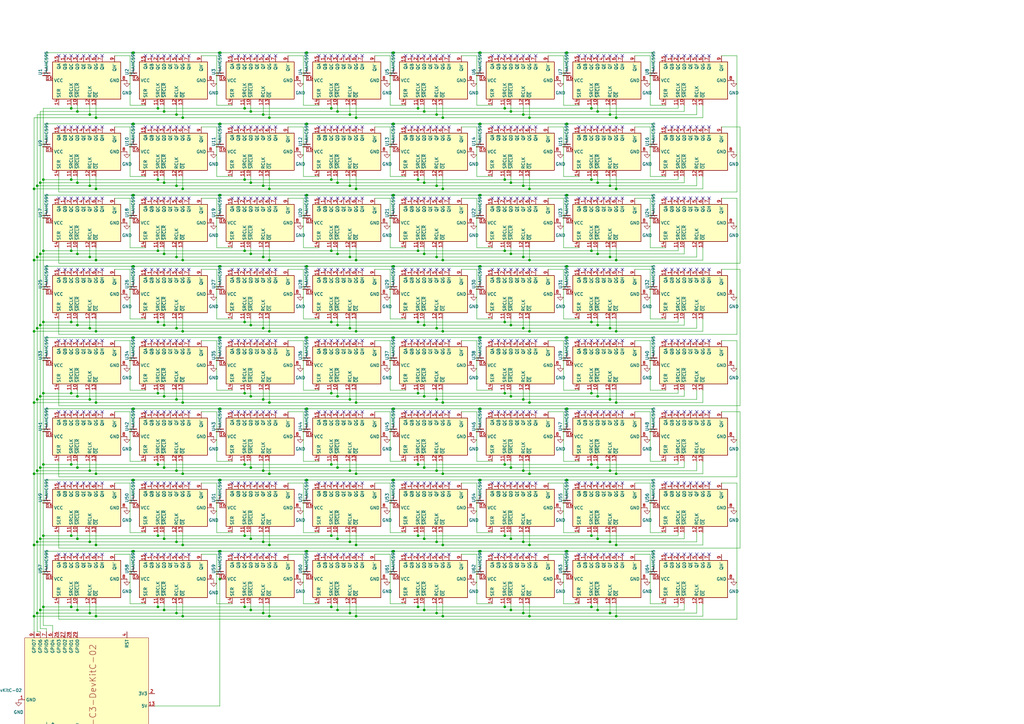
<source format=kicad_sch>
(kicad_sch (version 20250114) (generator "eeschema") (generator_version "9.0")
  (paper "A3")
  (junction (at 250.19 46.99))
  (junction (at 125.73 138.43))
  (junction (at 181.61 48.26))
  (junction (at 16.51 250.19))
  (junction (at 207.01 219.71))
  (junction (at 146.05 165.1))
  (junction (at 207.01 44.45))
  (junction (at 250.19 222.25))
  (junction (at 102.87 104.14))
  (junction (at 250.19 76.2))
  (junction (at 110.49 106.68))
  (junction (at 107.95 251.46))
  (junction (at 31.75 104.14))
  (junction (at 173.99 45.72))
  (junction (at 64.77 219.71))
  (junction (at 161.29 50.8))
  (junction (at 217.17 165.1))
  (junction (at 36.83 76.2))
  (junction (at 54.61 226.06))
  (junction (at 252.73 252.73))
  (junction (at 17.78 219.71))
  (junction (at 54.61 196.85))
  (junction (at 29.21 190.5))
  (junction (at 39.37 252.73))
  (junction (at 125.73 167.64))
  (junction (at 125.73 21.59))
  (junction (at 102.87 250.19))
  (junction (at 102.87 220.98))
  (junction (at 146.05 135.89))
  (junction (at 36.83 46.99))
  (junction (at 13.97 223.52))
  (junction (at 232.41 196.85))
  (junction (at 196.85 80.01))
  (junction (at 245.11 45.72))
  (junction (at 242.57 102.87))
  (junction (at 54.61 138.43))
  (junction (at 110.49 165.1))
  (junction (at 232.41 80.01))
  (junction (at 29.21 44.45))
  (junction (at 135.89 190.5))
  (junction (at 173.99 220.98))
  (junction (at 217.17 135.89))
  (junction (at 110.49 48.26))
  (junction (at 31.75 133.35))
  (junction (at 171.45 248.92))
  (junction (at 196.85 50.8))
  (junction (at 13.97 106.68))
  (junction (at 252.73 135.89))
  (junction (at 54.61 50.8))
  (junction (at 17.78 190.5))
  (junction (at 39.37 223.52))
  (junction (at 74.93 252.73))
  (junction (at 17.78 161.29))
  (junction (at 146.05 77.47))
  (junction (at 72.39 163.83))
  (junction (at 143.51 105.41))
  (junction (at 15.24 76.2))
  (junction (at 138.43 104.14))
  (junction (at 29.21 248.92))
  (junction (at 54.61 21.59))
  (junction (at 39.37 106.68))
  (junction (at 67.31 162.56))
  (junction (at 31.75 250.19))
  (junction (at 107.95 76.2))
  (junction (at 214.63 76.2))
  (junction (at 179.07 105.41))
  (junction (at 138.43 250.19))
  (junction (at 16.51 74.93))
  (junction (at 250.19 163.83))
  (junction (at 209.55 104.14))
  (junction (at 31.75 162.56))
  (junction (at 90.17 21.59))
  (junction (at 245.11 133.35))
  (junction (at 209.55 220.98))
  (junction (at 161.29 80.01))
  (junction (at 245.11 250.19))
  (junction (at 209.55 45.72))
  (junction (at 161.29 167.64))
  (junction (at 252.73 223.52))
  (junction (at 161.29 109.22))
  (junction (at 171.45 102.87))
  (junction (at 161.29 226.06))
  (junction (at 15.24 251.46))
  (junction (at 135.89 219.71))
  (junction (at 171.45 73.66))
  (junction (at 15.24 193.04))
  (junction (at 64.77 248.92))
  (junction (at 209.55 191.77))
  (junction (at 74.93 194.31))
  (junction (at 217.17 252.73))
  (junction (at 17.78 73.66))
  (junction (at 39.37 165.1))
  (junction (at 100.33 102.87))
  (junction (at 207.01 190.5))
  (junction (at 100.33 132.08))
  (junction (at 102.87 45.72))
  (junction (at 107.95 163.83))
  (junction (at 102.87 133.35))
  (junction (at 102.87 191.77))
  (junction (at 110.49 135.89))
  (junction (at 181.61 165.1))
  (junction (at 100.33 190.5))
  (junction (at 143.51 193.04))
  (junction (at 161.29 196.85))
  (junction (at 173.99 250.19))
  (junction (at 72.39 251.46))
  (junction (at 100.33 161.29))
  (junction (at 146.05 252.73))
  (junction (at 143.51 46.99))
  (junction (at 209.55 74.93))
  (junction (at 138.43 133.35))
  (junction (at 135.89 161.29))
  (junction (at 207.01 73.66))
  (junction (at 250.19 251.46))
  (junction (at 107.95 222.25))
  (junction (at 181.61 135.89))
  (junction (at 242.57 190.5))
  (junction (at 138.43 45.72))
  (junction (at 245.11 74.93))
  (junction (at 36.83 222.25))
  (junction (at 17.78 102.87))
  (junction (at 209.55 133.35))
  (junction (at 13.97 135.89))
  (junction (at 171.45 161.29))
  (junction (at 31.75 74.93))
  (junction (at 13.97 165.1))
  (junction (at 161.29 138.43))
  (junction (at 217.17 194.31))
  (junction (at 100.33 219.71))
  (junction (at 39.37 194.31))
  (junction (at 179.07 46.99))
  (junction (at 17.78 132.08))
  (junction (at 207.01 102.87))
  (junction (at 209.55 162.56))
  (junction (at 90.17 80.01))
  (junction (at 16.51 133.35))
  (junction (at 214.63 163.83))
  (junction (at 146.05 48.26))
  (junction (at 242.57 132.08))
  (junction (at 135.89 132.08))
  (junction (at 67.31 74.93))
  (junction (at 29.21 102.87))
  (junction (at 16.51 104.14))
  (junction (at 135.89 102.87))
  (junction (at 13.97 77.47))
  (junction (at 138.43 191.77))
  (junction (at 143.51 251.46))
  (junction (at 181.61 77.47))
  (junction (at 16.51 191.77))
  (junction (at 54.61 80.01))
  (junction (at 31.75 220.98))
  (junction (at 232.41 50.8))
  (junction (at 181.61 252.73))
  (junction (at 214.63 105.41))
  (junction (at 135.89 73.66))
  (junction (at 232.41 226.06))
  (junction (at 16.51 162.56))
  (junction (at 110.49 77.47))
  (junction (at 64.77 161.29))
  (junction (at 196.85 196.85))
  (junction (at 217.17 223.52))
  (junction (at 232.41 138.43))
  (junction (at 196.85 21.59))
  (junction (at 90.17 138.43))
  (junction (at 107.95 105.41))
  (junction (at 214.63 134.62))
  (junction (at 36.83 251.46))
  (junction (at 31.75 191.77))
  (junction (at 13.97 194.31))
  (junction (at 29.21 73.66))
  (junction (at 135.89 44.45))
  (junction (at 214.63 46.99))
  (junction (at 143.51 134.62))
  (junction (at 207.01 132.08))
  (junction (at 250.19 134.62))
  (junction (at 242.57 161.29))
  (junction (at 250.19 193.04))
  (junction (at 74.93 165.1))
  (junction (at 207.01 248.92))
  (junction (at 179.07 222.25))
  (junction (at 171.45 44.45))
  (junction (at 29.21 132.08))
  (junction (at 214.63 251.46))
  (junction (at 64.77 44.45))
  (junction (at 90.17 237.49))
  (junction (at 54.61 109.22))
  (junction (at 74.93 106.68))
  (junction (at 250.19 105.41))
  (junction (at 90.17 50.8))
  (junction (at 16.51 220.98))
  (junction (at 245.11 104.14))
  (junction (at 207.01 161.29))
  (junction (at 90.17 109.22))
  (junction (at 110.49 223.52))
  (junction (at 217.17 48.26))
  (junction (at 143.51 222.25))
  (junction (at 232.41 167.64))
  (junction (at 36.83 105.41))
  (junction (at 217.17 106.68))
  (junction (at 36.83 163.83))
  (junction (at 39.37 48.26))
  (junction (at 252.73 165.1))
  (junction (at 125.73 226.06))
  (junction (at 90.17 196.85))
  (junction (at 179.07 163.83))
  (junction (at 196.85 226.06))
  (junction (at 15.24 134.62))
  (junction (at 100.33 44.45))
  (junction (at 138.43 162.56))
  (junction (at 107.95 46.99))
  (junction (at 15.24 222.25))
  (junction (at 100.33 248.92))
  (junction (at 173.99 104.14))
  (junction (at 107.95 193.04))
  (junction (at 143.51 163.83))
  (junction (at 179.07 193.04))
  (junction (at 39.37 77.47))
  (junction (at 72.39 76.2))
  (junction (at 252.73 194.31))
  (junction (at 36.83 193.04))
  (junction (at 245.11 162.56))
  (junction (at 29.21 161.29))
  (junction (at 54.61 167.64))
  (junction (at 252.73 77.47))
  (junction (at 125.73 50.8))
  (junction (at 179.07 251.46))
  (junction (at 110.49 252.73))
  (junction (at 102.87 162.56))
  (junction (at 13.97 252.73))
  (junction (at 173.99 74.93))
  (junction (at 214.63 222.25))
  (junction (at 161.29 21.59))
  (junction (at 100.33 73.66))
  (junction (at 196.85 167.64))
  (junction (at 146.05 106.68))
  (junction (at 135.89 248.92))
  (junction (at 125.73 80.01))
  (junction (at 67.31 191.77))
  (junction (at 232.41 109.22))
  (junction (at 64.77 73.66))
  (junction (at 245.11 220.98))
  (junction (at 173.99 133.35))
  (junction (at 74.93 223.52))
  (junction (at 242.57 248.92))
  (junction (at 102.87 74.93))
  (junction (at 138.43 74.93))
  (junction (at 67.31 45.72))
  (junction (at 196.85 138.43))
  (junction (at 171.45 132.08))
  (junction (at 242.57 73.66))
  (junction (at 64.77 102.87))
  (junction (at 15.24 105.41))
  (junction (at 146.05 194.31))
  (junction (at 179.07 76.2))
  (junction (at 252.73 106.68))
  (junction (at 90.17 226.06))
  (junction (at 72.39 134.62))
  (junction (at 181.61 106.68))
  (junction (at 15.24 163.83))
  (junction (at 17.78 248.92))
  (junction (at 64.77 132.08))
  (junction (at 146.05 223.52))
  (junction (at 90.17 167.64))
  (junction (at 181.61 223.52))
  (junction (at 74.93 48.26))
  (junction (at 232.41 21.59))
  (junction (at 171.45 190.5))
  (junction (at 67.31 220.98))
  (junction (at 110.49 194.31))
  (junction (at 72.39 193.04))
  (junction (at 31.75 45.72))
  (junction (at 67.31 133.35))
  (junction (at 196.85 109.22))
  (junction (at 67.31 250.19))
  (junction (at 74.93 77.47))
  (junction (at 173.99 191.77))
  (junction (at 29.21 219.71))
  (junction (at 72.39 105.41))
  (junction (at 245.11 191.77))
  (junction (at 67.31 104.14))
  (junction (at 173.99 162.56))
  (junction (at 107.95 134.62))
  (junction (at 72.39 222.25))
  (junction (at 72.39 46.99))
  (junction (at 179.07 134.62))
  (junction (at 74.93 135.89))
  (junction (at 242.57 44.45))
  (junction (at 36.83 134.62))
  (junction (at 252.73 48.26))
  (junction (at 39.37 135.89))
  (junction (at 214.63 193.04))
  (junction (at 143.51 76.2))
  (junction (at 138.43 220.98))
  (junction (at 181.61 194.31))
  (junction (at 125.73 196.85))
  (junction (at 242.57 219.71))
  (junction (at 209.55 250.19))
  (junction (at 125.73 109.22))
  (junction (at 171.45 219.71))
  (junction (at 217.17 77.47))
  (junction (at 64.77 190.5))
  (no_connect (at 107.95 198.12))
  (no_connect (at 240.03 52.07))
  (no_connect (at 255.27 110.49))
  (no_connect (at 135.89 52.07))
  (no_connect (at 105.41 110.49))
  (no_connect (at 110.49 81.28))
  (no_connect (at 184.15 22.86))
  (no_connect (at 74.93 22.86))
  (no_connect (at 252.73 198.12))
  (no_connect (at 166.37 139.7))
  (no_connect (at 219.71 52.07))
  (no_connect (at 247.65 227.33))
  (no_connect (at 140.97 110.49))
  (no_connect (at 100.33 168.91))
  (no_connect (at 275.59 22.86))
  (no_connect (at 207.01 22.86))
  (no_connect (at 133.35 110.49))
  (no_connect (at 95.25 52.07))
  (no_connect (at 143.51 227.33))
  (no_connect (at 105.41 52.07))
  (no_connect (at 237.49 81.28))
  (no_connect (at 135.89 168.91))
  (no_connect (at 95.25 139.7))
  (no_connect (at 179.07 139.7))
  (no_connect (at 290.83 81.28))
  (no_connect (at 179.07 22.86))
  (no_connect (at 39.37 22.86))
  (no_connect (at 130.81 139.7))
  (no_connect (at 247.65 81.28))
  (no_connect (at 250.19 81.28))
  (no_connect (at 168.91 198.12))
  (no_connect (at 252.73 22.86))
  (no_connect (at 146.05 198.12))
  (no_connect (at 252.73 168.91))
  (no_connect (at 237.49 168.91))
  (no_connect (at 74.93 168.91))
  (no_connect (at 237.49 198.12))
  (no_connect (at 138.43 198.12))
  (no_connect (at 24.13 227.33))
  (no_connect (at 240.03 168.91))
  (no_connect (at 143.51 198.12))
  (no_connect (at 275.59 81.28))
  (no_connect (at 105.41 227.33))
  (no_connect (at 146.05 139.7))
  (no_connect (at 148.59 227.33))
  (no_connect (at 110.49 198.12))
  (no_connect (at 176.53 227.33))
  (no_connect (at 62.23 110.49))
  (no_connect (at 102.87 227.33))
  (no_connect (at 100.33 227.33))
  (no_connect (at 110.49 52.07))
  (no_connect (at 173.99 198.12))
  (no_connect (at 59.69 198.12))
  (no_connect (at 255.27 81.28))
  (no_connect (at 69.85 168.91))
  (no_connect (at 283.21 198.12))
  (no_connect (at 176.53 81.28))
  (no_connect (at 176.53 110.49))
  (no_connect (at 207.01 227.33))
  (no_connect (at 41.91 227.33))
  (no_connect (at 209.55 81.28))
  (no_connect (at 130.81 81.28))
  (no_connect (at 173.99 81.28))
  (no_connect (at 133.35 168.91))
  (no_connect (at 113.03 139.7))
  (no_connect (at 171.45 81.28))
  (no_connect (at 245.11 110.49))
  (no_connect (at 278.13 198.12))
  (no_connect (at 59.69 110.49))
  (no_connect (at 77.47 198.12))
  (no_connect (at 237.49 110.49))
  (no_connect (at 273.05 168.91))
  (no_connect (at 24.13 22.86))
  (no_connect (at 24.13 52.07))
  (no_connect (at 283.21 110.49))
  (no_connect (at 176.53 139.7))
  (no_connect (at 72.39 52.07))
  (no_connect (at 26.67 110.49))
  (no_connect (at 148.59 52.07))
  (no_connect (at 209.55 168.91))
  (no_connect (at 280.67 81.28))
  (no_connect (at 184.15 139.7))
  (no_connect (at 95.25 81.28))
  (no_connect (at 219.71 139.7))
  (no_connect (at 173.99 227.33))
  (no_connect (at 283.21 52.07))
  (no_connect (at 26.67 168.91))
  (no_connect (at 288.29 81.28))
  (no_connect (at 148.59 198.12))
  (no_connect (at 31.75 227.33))
  (no_connect (at 171.45 139.7))
  (no_connect (at 207.01 81.28))
  (no_connect (at 74.93 227.33))
  (no_connect (at 148.59 81.28))
  (no_connect (at 97.79 110.49))
  (no_connect (at 72.39 168.91))
  (no_connect (at 146.05 227.33))
  (no_connect (at 77.47 52.07))
  (no_connect (at 252.73 110.49))
  (no_connect (at 278.13 227.33))
  (no_connect (at 34.29 139.7))
  (no_connect (at 181.61 110.49))
  (no_connect (at 105.41 139.7))
  (no_connect (at 59.69 139.7))
  (no_connect (at 77.47 81.28))
  (no_connect (at 102.87 139.7))
  (no_connect (at 41.91 168.91))
  (no_connect (at 143.51 110.49))
  (no_connect (at 168.91 227.33))
  (no_connect (at 24.13 139.7))
  (no_connect (at 67.31 227.33))
  (no_connect (at 102.87 198.12))
  (no_connect (at 278.13 81.28))
  (no_connect (at 252.73 52.07))
  (no_connect (at 113.03 168.91))
  (no_connect (at 280.67 110.49))
  (no_connect (at 273.05 139.7))
  (no_connect (at 64.77 22.86))
  (no_connect (at 219.71 110.49))
  (no_connect (at 140.97 198.12))
  (no_connect (at 283.21 227.33))
  (no_connect (at 72.39 81.28))
  (no_connect (at 245.11 198.12))
  (no_connect (at 207.01 168.91))
  (no_connect (at 39.37 52.07))
  (no_connect (at 285.75 139.7))
  (no_connect (at 148.59 168.91))
  (no_connect (at 95.25 110.49))
  (no_connect (at 107.95 22.86))
  (no_connect (at 74.93 110.49))
  (no_connect (at 39.37 139.7))
  (no_connect (at 26.67 22.86))
  (no_connect (at 247.65 168.91))
  (no_connect (at 173.99 52.07))
  (no_connect (at 290.83 139.7))
  (no_connect (at 148.59 139.7))
  (no_connect (at 62.23 52.07))
  (no_connect (at 62.23 81.28))
  (no_connect (at 171.45 227.33))
  (no_connect (at 133.35 52.07))
  (no_connect (at 275.59 168.91))
  (no_connect (at 74.93 81.28))
  (no_connect (at 237.49 52.07))
  (no_connect (at 166.37 52.07))
  (no_connect (at 184.15 227.33))
  (no_connect (at 72.39 139.7))
  (no_connect (at 285.75 110.49))
  (no_connect (at 214.63 81.28))
  (no_connect (at 201.93 139.7))
  (no_connect (at 133.35 81.28))
  (no_connect (at 181.61 139.7))
  (no_connect (at 64.77 198.12))
  (no_connect (at 179.07 110.49))
  (no_connect (at 97.79 198.12))
  (no_connect (at 62.23 139.7))
  (no_connect (at 24.13 81.28))
  (no_connect (at 201.93 198.12))
  (no_connect (at 67.31 110.49))
  (no_connect (at 31.75 110.49))
  (no_connect (at 204.47 227.33))
  (no_connect (at 26.67 81.28))
  (no_connect (at 26.67 227.33))
  (no_connect (at 275.59 227.33))
  (no_connect (at 140.97 81.28))
  (no_connect (at 209.55 52.07))
  (no_connect (at 250.19 52.07))
  (no_connect (at 31.75 22.86))
  (no_connect (at 290.83 110.49))
  (no_connect (at 138.43 168.91))
  (no_connect (at 209.55 198.12))
  (no_connect (at 219.71 22.86))
  (no_connect (at 138.43 22.86))
  (no_connect (at 31.75 52.07))
  (no_connect (at 113.03 198.12))
  (no_connect (at 100.33 139.7))
  (no_connect (at 113.03 22.86))
  (no_connect (at 146.05 81.28))
  (no_connect (at 255.27 139.7))
  (no_connect (at 74.93 52.07))
  (no_connect (at 67.31 52.07))
  (no_connect (at 176.53 168.91))
  (no_connect (at 67.31 22.86))
  (no_connect (at 247.65 52.07))
  (no_connect (at 138.43 227.33))
  (no_connect (at 148.59 110.49))
  (no_connect (at 107.95 168.91))
  (no_connect (at 176.53 52.07))
  (no_connect (at 212.09 110.49))
  (no_connect (at 242.57 81.28))
  (no_connect (at 204.47 81.28))
  (no_connect (at 59.69 168.91))
  (no_connect (at 64.77 139.7))
  (no_connect (at 24.13 168.91))
  (no_connect (at 31.75 81.28))
  (no_connect (at 285.75 168.91))
  (no_connect (at 130.81 198.12))
  (no_connect (at 102.87 168.91))
  (no_connect (at 207.01 139.7))
  (no_connect (at 280.67 168.91))
  (no_connect (at 212.09 139.7))
  (no_connect (at 242.57 168.91))
  (no_connect (at 201.93 52.07))
  (no_connect (at 217.17 168.91))
  (no_connect (at 97.79 168.91))
  (no_connect (at 62.23 22.86))
  (no_connect (at 29.21 198.12))
  (no_connect (at 173.99 168.91))
  (no_connect (at 133.35 139.7))
  (no_connect (at 41.91 110.49))
  (no_connect (at 288.29 227.33))
  (no_connect (at 214.63 52.07))
  (no_connect (at 135.89 110.49))
  (no_connect (at 280.67 22.86))
  (no_connect (at 184.15 52.07))
  (no_connect (at 237.49 22.86))
  (no_connect (at 184.15 168.91))
  (no_connect (at 64.77 52.07))
  (no_connect (at 36.83 81.28))
  (no_connect (at 255.27 52.07))
  (no_connect (at 290.83 198.12))
  (no_connect (at 252.73 139.7))
  (no_connect (at 255.27 227.33))
  (no_connect (at 219.71 198.12))
  (no_connect (at 280.67 198.12))
  (no_connect (at 95.25 227.33))
  (no_connect (at 171.45 168.91))
  (no_connect (at 36.83 168.91))
  (no_connect (at 110.49 227.33))
  (no_connect (at 273.05 52.07))
  (no_connect (at 212.09 22.86))
  (no_connect (at 74.93 198.12))
  (no_connect (at 105.41 22.86))
  (no_connect (at 135.89 22.86))
  (no_connect (at 201.93 168.91))
  (no_connect (at 237.49 227.33))
  (no_connect (at 69.85 52.07))
  (no_connect (at 214.63 168.91))
  (no_connect (at 173.99 22.86))
  (no_connect (at 97.79 22.86))
  (no_connect (at 113.03 81.28))
  (no_connect (at 171.45 110.49))
  (no_connect (at 74.93 139.7))
  (no_connect (at 278.13 139.7))
  (no_connect (at 138.43 110.49))
  (no_connect (at 255.27 168.91))
  (no_connect (at 107.95 52.07))
  (no_connect (at 204.47 139.7))
  (no_connect (at 209.55 227.33))
  (no_connect (at 110.49 22.86))
  (no_connect (at 59.69 22.86))
  (no_connect (at 133.35 227.33))
  (no_connect (at 100.33 81.28))
  (no_connect (at 138.43 81.28))
  (no_connect (at 31.75 198.12))
  (no_connect (at 181.61 168.91))
  (no_connect (at 288.29 139.7))
  (no_connect (at 288.29 110.49))
  (no_connect (at 29.21 139.7))
  (no_connect (at 173.99 139.7))
  (no_connect (at 245.11 227.33))
  (no_connect (at 173.99 110.49))
  (no_connect (at 288.29 168.91))
  (no_connect (at 31.75 139.7))
  (no_connect (at 242.57 139.7))
  (no_connect (at 166.37 198.12))
  (no_connect (at 240.03 81.28))
  (no_connect (at 201.93 22.86))
  (no_connect (at 250.19 198.12))
  (no_connect (at 242.57 227.33))
  (no_connect (at 34.29 81.28))
  (no_connect (at 102.87 22.86))
  (no_connect (at 204.47 22.86))
  (no_connect (at 29.21 52.07))
  (no_connect (at 181.61 227.33))
  (no_connect (at 39.37 110.49))
  (no_connect (at 288.29 22.86))
  (no_connect (at 29.21 227.33))
  (no_connect (at 247.65 139.7))
  (no_connect (at 250.19 22.86))
  (no_connect (at 207.01 110.49))
  (no_connect (at 217.17 81.28))
  (no_connect (at 207.01 198.12))
  (no_connect (at 273.05 110.49))
  (no_connect (at 214.63 110.49))
  (no_connect (at 67.31 168.91))
  (no_connect (at 168.91 139.7))
  (no_connect (at 29.21 81.28))
  (no_connect (at 39.37 81.28))
  (no_connect (at 285.75 81.28))
  (no_connect (at 107.95 227.33))
  (no_connect (at 250.19 227.33))
  (no_connect (at 100.33 198.12))
  (no_connect (at 285.75 22.86))
  (no_connect (at 72.39 198.12))
  (no_connect (at 212.09 168.91))
  (no_connect (at 138.43 52.07))
  (no_connect (at 95.25 168.91))
  (no_connect (at 240.03 110.49))
  (no_connect (at 184.15 81.28))
  (no_connect (at 138.43 139.7))
  (no_connect (at 250.19 139.7))
  (no_connect (at 95.25 198.12))
  (no_connect (at 245.11 168.91))
  (no_connect (at 64.77 227.33))
  (no_connect (at 34.29 198.12))
  (no_connect (at 288.29 198.12))
  (no_connect (at 146.05 22.86))
  (no_connect (at 181.61 198.12))
  (no_connect (at 64.77 110.49))
  (no_connect (at 140.97 52.07))
  (no_connect (at 26.67 198.12))
  (no_connect (at 242.57 198.12))
  (no_connect (at 285.75 198.12))
  (no_connect (at 67.31 81.28))
  (no_connect (at 105.41 81.28))
  (no_connect (at 283.21 22.86))
  (no_connect (at 105.41 198.12))
  (no_connect (at 146.05 110.49))
  (no_connect (at 181.61 81.28))
  (no_connect (at 62.23 227.33))
  (no_connect (at 219.71 81.28))
  (no_connect (at 64.77 81.28))
  (no_connect (at 69.85 198.12))
  (no_connect (at 212.09 52.07))
  (no_connect (at 201.93 227.33))
  (no_connect (at 97.79 227.33))
  (no_connect (at 290.83 22.86))
  (no_connect (at 275.59 198.12))
  (no_connect (at 26.67 139.7))
  (no_connect (at 41.91 52.07))
  (no_connect (at 102.87 81.28))
  (no_connect (at 72.39 22.86))
  (no_connect (at 181.61 22.86))
  (no_connect (at 59.69 52.07))
  (no_connect (at 135.89 198.12))
  (no_connect (at 219.71 168.91))
  (no_connect (at 69.85 227.33))
  (no_connect (at 110.49 110.49))
  (no_connect (at 36.83 227.33))
  (no_connect (at 285.75 227.33))
  (no_connect (at 34.29 22.86))
  (no_connect (at 166.37 168.91))
  (no_connect (at 168.91 52.07))
  (no_connect (at 130.81 52.07))
  (no_connect (at 135.89 81.28))
  (no_connect (at 24.13 198.12))
  (no_connect (at 283.21 168.91))
  (no_connect (at 171.45 52.07))
  (no_connect (at 217.17 22.86))
  (no_connect (at 140.97 139.7))
  (no_connect (at 179.07 52.07))
  (no_connect (at 41.91 22.86))
  (no_connect (at 130.81 22.86))
  (no_connect (at 34.29 227.33))
  (no_connect (at 278.13 52.07))
  (no_connect (at 168.91 22.86))
  (no_connect (at 143.51 81.28))
  (no_connect (at 143.51 139.7))
  (no_connect (at 214.63 227.33))
  (no_connect (at 273.05 81.28))
  (no_connect (at 242.57 52.07))
  (no_connect (at 245.11 22.86))
  (no_connect (at 39.37 198.12))
  (no_connect (at 275.59 52.07))
  (no_connect (at 39.37 168.91))
  (no_connect (at 113.03 52.07))
  (no_connect (at 133.35 198.12))
  (no_connect (at 212.09 198.12))
  (no_connect (at 72.39 110.49))
  (no_connect (at 285.75 52.07))
  (no_connect (at 204.47 110.49))
  (no_connect (at 179.07 168.91))
  (no_connect (at 107.95 81.28))
  (no_connect (at 240.03 198.12))
  (no_connect (at 34.29 52.07))
  (no_connect (at 212.09 227.33))
  (no_connect (at 29.21 110.49))
  (no_connect (at 209.55 110.49))
  (no_connect (at 250.19 168.91))
  (no_connect (at 245.11 139.7))
  (no_connect (at 181.61 52.07))
  (no_connect (at 250.19 110.49))
  (no_connect (at 69.85 22.86))
  (no_connect (at 240.03 139.7))
  (no_connect (at 209.55 22.86))
  (no_connect (at 273.05 227.33))
  (no_connect (at 39.37 227.33))
  (no_connect (at 77.47 110.49))
  (no_connect (at 252.73 81.28))
  (no_connect (at 67.31 198.12))
  (no_connect (at 168.91 81.28))
  (no_connect (at 179.07 198.12))
  (no_connect (at 201.93 81.28))
  (no_connect (at 59.69 81.28))
  (no_connect (at 204.47 168.91))
  (no_connect (at 100.33 52.07))
  (no_connect (at 135.89 227.33))
  (no_connect (at 242.57 22.86))
  (no_connect (at 283.21 139.7))
  (no_connect (at 143.51 52.07))
  (no_connect (at 179.07 81.28))
  (no_connect (at 214.63 139.7))
  (no_connect (at 280.67 139.7))
  (no_connect (at 148.59 22.86))
  (no_connect (at 288.29 52.07))
  (no_connect (at 24.13 110.49))
  (no_connect (at 107.95 110.49))
  (no_connect (at 283.21 81.28))
  (no_connect (at 247.65 110.49))
  (no_connect (at 133.35 22.86))
  (no_connect (at 166.37 110.49))
  (no_connect (at 95.25 22.86))
  (no_connect (at 278.13 110.49))
  (no_connect (at 209.55 139.7))
  (no_connect (at 69.85 110.49))
  (no_connect (at 166.37 227.33))
  (no_connect (at 176.53 198.12))
  (no_connect (at 212.09 81.28))
  (no_connect (at 36.83 110.49))
  (no_connect (at 204.47 52.07))
  (no_connect (at 219.71 227.33))
  (no_connect (at 247.65 22.86))
  (no_connect (at 290.83 227.33))
  (no_connect (at 97.79 139.7))
  (no_connect (at 29.21 22.86))
  (no_connect (at 273.05 22.86))
  (no_connect (at 34.29 168.91))
  (no_connect (at 273.05 198.12))
  (no_connect (at 217.17 227.33))
  (no_connect (at 146.05 52.07))
  (no_connect (at 168.91 110.49))
  (no_connect (at 245.11 81.28))
  (no_connect (at 69.85 139.7))
  (no_connect (at 217.17 110.49))
  (no_connect (at 252.73 227.33))
  (no_connect (at 280.67 52.07))
  (no_connect (at 278.13 22.86))
  (no_connect (at 217.17 52.07))
  (no_connect (at 77.47 22.86))
  (no_connect (at 240.03 227.33))
  (no_connect (at 290.83 168.91))
  (no_connect (at 204.47 198.12))
  (no_connect (at 278.13 168.91))
  (no_connect (at 97.79 81.28))
  (no_connect (at 62.23 168.91))
  (no_connect (at 255.27 22.86))
  (no_connect (at 237.49 139.7))
  (no_connect (at 130.81 227.33))
  (no_connect (at 245.11 52.07))
  (no_connect (at 214.63 198.12))
  (no_connect (at 247.65 198.12))
  (no_connect (at 100.33 22.86))
  (no_connect (at 171.45 198.12))
  (no_connect (at 31.75 168.91))
  (no_connect (at 179.07 227.33))
  (no_connect (at 77.47 227.33))
  (no_connect (at 110.49 168.91))
  (no_connect (at 217.17 198.12))
  (no_connect (at 184.15 198.12))
  (no_connect (at 242.57 110.49))
  (no_connect (at 113.03 110.49))
  (no_connect (at 62.23 198.12))
  (no_connect (at 77.47 139.7))
  (no_connect (at 113.03 227.33))
  (no_connect (at 107.95 139.7))
  (no_connect (at 275.59 139.7))
  (no_connect (at 275.59 110.49))
  (no_connect (at 105.41 168.91))
  (no_connect (at 214.63 22.86))
  (no_connect (at 100.33 110.49))
  (no_connect (at 36.83 198.12))
  (no_connect (at 240.03 22.86))
  (no_connect (at 72.39 227.33))
  (no_connect (at 41.91 81.28))
  (no_connect (at 143.51 168.91))
  (no_connect (at 36.83 52.07))
  (no_connect (at 168.91 168.91))
  (no_connect (at 102.87 110.49))
  (no_connect (at 41.91 139.7))
  (no_connect (at 41.91 198.12))
  (no_connect (at 184.15 110.49))
  (no_connect (at 166.37 22.86))
  (no_connect (at 207.01 52.07))
  (no_connect (at 166.37 81.28))
  (no_connect (at 59.69 227.33))
  (no_connect (at 130.81 168.91))
  (no_connect (at 201.93 110.49))
  (no_connect (at 69.85 81.28))
  (no_connect (at 102.87 52.07))
  (no_connect (at 77.47 168.91))
  (no_connect (at 135.89 139.7))
  (no_connect (at 36.83 22.86))
  (no_connect (at 29.21 168.91))
  (no_connect (at 36.83 139.7))
  (no_connect (at 217.17 139.7))
  (no_connect (at 140.97 227.33))
  (no_connect (at 290.83 52.07))
  (no_connect (at 110.49 139.7))
  (no_connect (at 34.29 110.49))
  (no_connect (at 97.79 52.07))
  (no_connect (at 140.97 168.91))
  (no_connect (at 143.51 22.86))
  (no_connect (at 64.77 168.91))
  (no_connect (at 171.45 22.86))
  (no_connect (at 176.53 22.86))
  (no_connect (at 26.67 52.07))
  (no_connect (at 130.81 110.49))
  (no_connect (at 280.67 227.33))
  (no_connect (at 255.27 198.12))
  (no_connect (at 140.97 22.86))
  (no_connect (at 67.31 139.7))
  (no_connect (at 146.05 168.91))
  (wire (pts (xy 90.17 203.2) (xy 90.17 196.85)))
  (wire (pts (xy 267.97 138.43) (xy 232.41 138.43)))
  (wire (pts (xy 195.58 72.39) (xy 201.93 72.39)))
  (wire (pts (xy 267.97 109.22) (xy 232.41 109.22)))
  (wire (pts (xy 29.21 219.71) (xy 64.77 219.71)))
  (wire (pts (xy 242.57 102.87) (xy 207.01 102.87)))
  (wire (pts (xy 100.33 218.44) (xy 100.33 219.71)))
  (wire (pts (xy 54.61 196.85) (xy 90.17 196.85)))
  (wire (pts (xy 29.21 130.81) (xy 29.21 132.08)))
  (wire (pts (xy 278.13 44.45) (xy 242.57 44.45)))
  (wire (pts (xy 195.58 110.49) (xy 195.58 130.81)))
  (wire (pts (xy 173.99 250.19) (xy 138.43 250.19)))
  (wire (pts (xy 135.89 161.29) (xy 100.33 161.29)))
  (wire (pts (xy 288.29 247.65) (xy 288.29 252.73)))
  (wire (pts (xy 110.49 252.73) (xy 74.93 252.73)))
  (wire (pts (xy 72.39 76.2) (xy 72.39 72.39)))
  (wire (pts (xy 90.17 237.49) (xy 90.17 289.56)))
  (wire (pts (xy 224.79 81.28) (xy 231.14 81.28)))
  (wire (pts (xy 46.99 22.86) (xy 53.34 22.86)))
  (wire (pts (xy 107.95 101.6) (xy 107.95 105.41)))
  (wire (pts (xy 207.01 160.02) (xy 207.01 161.29)))
  (wire (pts (xy 138.43 247.65) (xy 138.43 250.19)))
  (wire (pts (xy 54.61 109.22) (xy 90.17 109.22)))
  (wire (pts (xy 15.24 105.41) (xy 36.83 105.41)))
  (wire (pts (xy 278.13 248.92) (xy 242.57 248.92)))
  (wire (pts (xy 302.26 139.7) (xy 302.26 195.58)))
  (wire (pts (xy 214.63 160.02) (xy 214.63 163.83)))
  (wire (pts (xy 19.05 257.81) (xy 19.05 259.08)))
  (wire (pts (xy 67.31 133.35) (xy 102.87 133.35)))
  (wire (pts (xy 15.24 251.46) (xy 36.83 251.46)))
  (wire (pts (xy 232.41 138.43) (xy 232.41 144.78)))
  (wire (pts (xy 135.89 248.92) (xy 100.33 248.92)))
  (wire (pts (xy 250.19 76.2) (xy 214.63 76.2)))
  (wire (pts (xy 13.97 194.31) (xy 39.37 194.31)))
  (wire (pts (xy 138.43 133.35) (xy 102.87 133.35)))
  (wire (pts (xy 64.77 161.29) (xy 64.77 160.02)))
  (wire (pts (xy 171.45 43.18) (xy 171.45 44.45)))
  (wire (pts (xy 196.85 21.59) (xy 232.41 21.59)))
  (wire (pts (xy 179.07 46.99) (xy 143.51 46.99)))
  (wire (pts (xy 266.7 101.6) (xy 273.05 101.6)))
  (wire (pts (xy 17.78 219.71) (xy 29.21 219.71)))
  (wire (pts (xy 214.63 46.99) (xy 179.07 46.99)))
  (wire (pts (xy 67.31 133.35) (xy 67.31 130.81)))
  (wire (pts (xy 125.73 57.15) (xy 125.73 50.8)))
  (wire (pts (xy 196.85 203.2) (xy 196.85 196.85)))
  (wire (pts (xy 72.39 163.83) (xy 72.39 160.02)))
  (wire (pts (xy 278.13 247.65) (xy 278.13 248.92)))
  (wire (pts (xy 36.83 247.65) (xy 36.83 251.46)))
  (wire (pts (xy 90.17 57.15) (xy 90.17 50.8)))
  (wire (pts (xy 280.67 133.35) (xy 245.11 133.35)))
  (wire (pts (xy 231.14 160.02) (xy 237.49 160.02)))
  (wire (pts (xy 250.19 251.46) (xy 214.63 251.46)))
  (wire (pts (xy 53.34 218.44) (xy 59.69 218.44)))
  (wire (pts (xy 171.45 161.29) (xy 135.89 161.29)))
  (wire (pts (xy 207.01 102.87) (xy 171.45 102.87)))
  (wire (pts (xy 173.99 74.93) (xy 138.43 74.93)))
  (wire (pts (xy 46.99 227.33) (xy 53.34 227.33)))
  (wire (pts (xy 171.45 248.92) (xy 135.89 248.92)))
  (wire (pts (xy 107.95 134.62) (xy 72.39 134.62)))
  (wire (pts (xy 161.29 196.85) (xy 196.85 196.85)))
  (wire (pts (xy 124.46 101.6) (xy 130.81 101.6)))
  (wire (pts (xy 53.34 227.33) (xy 53.34 247.65)))
  (wire (pts (xy 118.11 227.33) (xy 124.46 227.33)))
  (wire (pts (xy 125.73 80.01) (xy 161.29 80.01)))
  (wire (pts (xy 124.46 72.39) (xy 130.81 72.39)))
  (wire (pts (xy 88.9 81.28) (xy 88.9 101.6)))
  (wire (pts (xy 143.51 193.04) (xy 107.95 193.04)))
  (wire (pts (xy 135.89 190.5) (xy 100.33 190.5)))
  (wire (pts (xy 250.19 105.41) (xy 214.63 105.41)))
  (wire (pts (xy 245.11 133.35) (xy 209.55 133.35)))
  (wire (pts (xy 171.45 189.23) (xy 171.45 190.5)))
  (wire (pts (xy 250.19 189.23) (xy 250.19 193.04)))
  (wire (pts (xy 266.7 189.23) (xy 273.05 189.23)))
  (wire (pts (xy 278.13 189.23) (xy 278.13 190.5)))
  (wire (pts (xy 278.13 73.66) (xy 242.57 73.66)))
  (wire (pts (xy 17.78 44.45) (xy 17.78 73.66)))
  (wire (pts (xy 146.05 48.26) (xy 110.49 48.26)))
  (wire (pts (xy 160.02 72.39) (xy 166.37 72.39)))
  (wire (pts (xy 39.37 72.39) (xy 39.37 77.47)))
  (wire (pts (xy 29.21 248.92) (xy 17.78 248.92)))
  (wire (pts (xy 207.01 44.45) (xy 171.45 44.45)))
  (wire (pts (xy 54.61 232.41) (xy 54.61 226.06)))
  (wire (pts (xy 17.78 248.92) (xy 17.78 256.54)))
  (wire (pts (xy 179.07 105.41) (xy 143.51 105.41)))
  (wire (pts (xy 88.9 22.86) (xy 88.9 43.18)))
  (wire (pts (xy 146.05 72.39) (xy 146.05 77.47)))
  (wire (pts (xy 16.51 104.14) (xy 31.75 104.14)))
  (wire (pts (xy 124.46 198.12) (xy 124.46 218.44)))
  (wire (pts (xy 160.02 110.49) (xy 160.02 130.81)))
  (wire (pts (xy 252.73 223.52) (xy 217.17 223.52)))
  (wire (pts (xy 288.29 160.02) (xy 288.29 165.1)))
  (wire (pts (xy 266.7 43.18) (xy 273.05 43.18)))
  (wire (pts (xy 196.85 138.43) (xy 232.41 138.43)))
  (wire (pts (xy 189.23 22.86) (xy 195.58 22.86)))
  (wire (pts (xy 110.49 189.23) (xy 110.49 194.31)))
  (wire (pts (xy 124.46 218.44) (xy 130.81 218.44)))
  (wire (pts (xy 54.61 57.15) (xy 54.61 50.8)))
  (wire (pts (xy 217.17 135.89) (xy 181.61 135.89)))
  (wire (pts (xy 278.13 218.44) (xy 278.13 219.71)))
  (wire (pts (xy 209.55 130.81) (xy 209.55 133.35)))
  (wire (pts (xy 118.11 110.49) (xy 124.46 110.49)))
  (wire (pts (xy 214.63 193.04) (xy 179.07 193.04)))
  (wire (pts (xy 74.93 194.31) (xy 74.93 189.23)))
  (wire (pts (xy 171.45 219.71) (xy 135.89 219.71)))
  (wire (pts (xy 125.73 203.2) (xy 125.73 196.85)))
  (wire (pts (xy 267.97 27.94) (xy 267.97 21.59)))
  (wire (pts (xy 36.83 101.6) (xy 36.83 105.41)))
  (wire (pts (xy 196.85 86.36) (xy 196.85 80.01)))
  (wire (pts (xy 189.23 198.12) (xy 195.58 198.12)))
  (wire (pts (xy 179.07 222.25) (xy 143.51 222.25)))
  (wire (pts (xy 252.73 43.18) (xy 252.73 48.26)))
  (wire (pts (xy 135.89 132.08) (xy 100.33 132.08)))
  (wire (pts (xy 100.33 160.02) (xy 100.33 161.29)))
  (wire (pts (xy 54.61 167.64) (xy 90.17 167.64)))
  (wire (pts (xy 13.97 135.89) (xy 13.97 165.1)))
  (wire (pts (xy 266.7 81.28) (xy 266.7 101.6)))
  (wire (pts (xy 64.77 161.29) (xy 100.33 161.29)))
  (wire (pts (xy 82.55 52.07) (xy 88.9 52.07)))
  (wire (pts (xy 195.58 198.12) (xy 195.58 218.44)))
  (wire (pts (xy 135.89 73.66) (xy 100.33 73.66)))
  (wire (pts (xy 17.78 73.66) (xy 17.78 102.87)))
  (wire (pts (xy 143.51 101.6) (xy 143.51 105.41)))
  (wire (pts (xy 135.89 130.81) (xy 135.89 132.08)))
  (wire (pts (xy 232.41 167.64) (xy 232.41 173.99)))
  (wire (pts (xy 280.67 191.77) (xy 245.11 191.77)))
  (wire (pts (xy 231.14 22.86) (xy 231.14 43.18)))
  (wire (pts (xy 138.43 250.19) (xy 102.87 250.19)))
  (wire (pts (xy 19.05 226.06) (xy 54.61 226.06)))
  (wire (pts (xy 252.73 247.65) (xy 252.73 252.73)))
  (wire (pts (xy 179.07 72.39) (xy 179.07 76.2)))
  (wire (pts (xy 31.75 191.77) (xy 67.31 191.77)))
  (wire (pts (xy 74.93 106.68) (xy 74.93 101.6)))
  (wire (pts (xy 16.51 191.77) (xy 31.75 191.77)))
  (wire (pts (xy 24.13 78.74) (xy 302.26 78.74)))
  (wire (pts (xy 161.29 173.99) (xy 161.29 167.64)))
  (wire (pts (xy 107.95 251.46) (xy 72.39 251.46)))
  (wire (pts (xy 36.83 105.41) (xy 72.39 105.41)))
  (wire (pts (xy 15.24 134.62) (xy 36.83 134.62)))
  (wire (pts (xy 146.05 160.02) (xy 146.05 165.1)))
  (wire (pts (xy 39.37 48.26) (xy 74.93 48.26)))
  (wire (pts (xy 214.63 43.18) (xy 214.63 46.99)))
  (wire (pts (xy 146.05 223.52) (xy 110.49 223.52)))
  (wire (pts (xy 107.95 218.44) (xy 107.95 222.25)))
  (wire (pts (xy 173.99 191.77) (xy 138.43 191.77)))
  (wire (pts (xy 138.43 191.77) (xy 102.87 191.77)))
  (wire (pts (xy 160.02 189.23) (xy 166.37 189.23)))
  (wire (pts (xy 29.21 73.66) (xy 64.77 73.66)))
  (wire (pts (xy 153.67 110.49) (xy 160.02 110.49)))
  (wire (pts (xy 207.01 190.5) (xy 171.45 190.5)))
  (wire (pts (xy 207.01 189.23) (xy 207.01 190.5)))
  (wire (pts (xy 195.58 101.6) (xy 201.93 101.6)))
  (wire (pts (xy 13.97 223.52) (xy 39.37 223.52)))
  (wire (pts (xy 302.26 198.12) (xy 302.26 254)))
  (wire (pts (xy 143.51 189.23) (xy 143.51 193.04)))
  (wire (pts (xy 214.63 134.62) (xy 179.07 134.62)))
  (wire (pts (xy 231.14 110.49) (xy 231.14 130.81)))
  (wire (pts (xy 196.85 27.94) (xy 196.85 21.59)))
  (wire (pts (xy 173.99 104.14) (xy 138.43 104.14)))
  (wire (pts (xy 53.34 130.81) (xy 59.69 130.81)))
  (wire (pts (xy 107.95 247.65) (xy 107.95 251.46)))
  (wire (pts (xy 245.11 72.39) (xy 245.11 74.93)))
  (wire (pts (xy 146.05 106.68) (xy 110.49 106.68)))
  (wire (pts (xy 31.75 160.02) (xy 31.75 162.56)))
  (wire (pts (xy 31.75 218.44) (xy 31.75 220.98)))
  (wire (pts (xy 16.51 133.35) (xy 31.75 133.35)))
  (wire (pts (xy 17.78 190.5) (xy 29.21 190.5)))
  (wire (pts (xy 36.83 163.83) (xy 72.39 163.83)))
  (wire (pts (xy 242.57 189.23) (xy 242.57 190.5)))
  (wire (pts (xy 125.73 196.85) (xy 161.29 196.85)))
  (wire (pts (xy 266.7 168.91) (xy 266.7 189.23)))
  (wire (pts (xy 217.17 252.73) (xy 181.61 252.73)))
  (wire (pts (xy 31.75 133.35) (xy 67.31 133.35)))
  (wire (pts (xy 266.7 227.33) (xy 266.7 247.65)))
  (wire (pts (xy 67.31 191.77) (xy 67.31 189.23)))
  (wire (pts (xy 209.55 72.39) (xy 209.55 74.93)))
  (wire (pts (xy 224.79 22.86) (xy 231.14 22.86)))
  (wire (pts (xy 266.7 198.12) (xy 266.7 218.44)))
  (wire (pts (xy 125.73 138.43) (xy 161.29 138.43)))
  (wire (pts (xy 266.7 130.81) (xy 273.05 130.81)))
  (wire (pts (xy 231.14 198.12) (xy 231.14 218.44)))
  (wire (pts (xy 67.31 45.72) (xy 67.31 43.18)))
  (wire (pts (xy 15.24 163.83) (xy 36.83 163.83)))
  (wire (pts (xy 90.17 50.8) (xy 125.73 50.8)))
  (wire (pts (xy 67.31 104.14) (xy 102.87 104.14)))
  (wire (pts (xy 207.01 248.92) (xy 171.45 248.92)))
  (wire (pts (xy 278.13 219.71) (xy 242.57 219.71)))
  (wire (pts (xy 143.51 222.25) (xy 107.95 222.25)))
  (wire (pts (xy 135.89 102.87) (xy 100.33 102.87)))
  (wire (pts (xy 207.01 247.65) (xy 207.01 248.92)))
  (wire (pts (xy 135.89 160.02) (xy 135.89 161.29)))
  (wire (pts (xy 72.39 105.41) (xy 72.39 101.6)))
  (wire (pts (xy 107.95 189.23) (xy 107.95 193.04)))
  (wire (pts (xy 252.73 252.73) (xy 217.17 252.73)))
  (wire (pts (xy 266.7 218.44) (xy 273.05 218.44)))
  (wire (pts (xy 31.75 72.39) (xy 31.75 74.93)))
  (wire (pts (xy 82.55 81.28) (xy 88.9 81.28)))
  (wire (pts (xy 124.46 139.7) (xy 124.46 160.02)))
  (wire (pts (xy 19.05 232.41) (xy 19.05 226.06)))
  (wire (pts (xy 67.31 74.93) (xy 102.87 74.93)))
  (wire (pts (xy 135.89 189.23) (xy 135.89 190.5)))
  (wire (pts (xy 124.46 247.65) (xy 130.81 247.65)))
  (wire (pts (xy 252.73 106.68) (xy 217.17 106.68)))
  (wire (pts (xy 82.55 110.49) (xy 88.9 110.49)))
  (wire (pts (xy 278.13 132.08) (xy 242.57 132.08)))
  (wire (pts (xy 214.63 222.25) (xy 179.07 222.25)))
  (wire (pts (xy 288.29 72.39) (xy 288.29 77.47)))
  (wire (pts (xy 171.45 190.5) (xy 135.89 190.5)))
  (wire (pts (xy 260.35 227.33) (xy 266.7 227.33)))
  (wire (pts (xy 124.46 22.86) (xy 124.46 43.18)))
  (wire (pts (xy 245.11 45.72) (xy 209.55 45.72)))
  (wire (pts (xy 242.57 73.66) (xy 207.01 73.66)))
  (wire (pts (xy 173.99 218.44) (xy 173.99 220.98)))
  (wire (pts (xy 217.17 43.18) (xy 217.17 48.26)))
  (wire (pts (xy 153.67 139.7) (xy 160.02 139.7)))
  (wire (pts (xy 250.19 247.65) (xy 250.19 251.46)))
  (wire (pts (xy 39.37 194.31) (xy 74.93 194.31)))
  (wire (pts (xy 161.29 226.06) (xy 196.85 226.06)))
  (wire (pts (xy 181.61 130.81) (xy 181.61 135.89)))
  (wire (pts (xy 160.02 198.12) (xy 160.02 218.44)))
  (wire (pts (xy 88.9 218.44) (xy 95.25 218.44)))
  (wire (pts (xy 19.05 109.22) (xy 54.61 109.22)))
  (wire (pts (xy 64.77 132.08) (xy 100.33 132.08)))
  (wire (pts (xy 53.34 43.18) (xy 59.69 43.18)))
  (wire (pts (xy 118.11 22.86) (xy 124.46 22.86)))
  (wire (pts (xy 31.75 74.93) (xy 67.31 74.93)))
  (wire (pts (xy 252.73 135.89) (xy 217.17 135.89)))
  (wire (pts (xy 179.07 101.6) (xy 179.07 105.41)))
  (wire (pts (xy 24.13 160.02) (xy 24.13 166.37)))
  (wire (pts (xy 74.93 165.1) (xy 74.93 160.02)))
  (wire (pts (xy 13.97 252.73) (xy 39.37 252.73)))
  (wire (pts (xy 231.14 139.7) (xy 231.14 160.02)))
  (wire (pts (xy 267.97 144.78) (xy 267.97 138.43)))
  (wire (pts (xy 110.49 43.18) (xy 110.49 48.26)))
  (wire (pts (xy 125.73 226.06) (xy 161.29 226.06)))
  (wire (pts (xy 285.75 222.25) (xy 250.19 222.25)))
  (wire (pts (xy 288.29 77.47) (xy 252.73 77.47)))
  (wire (pts (xy 74.93 77.47) (xy 74.93 72.39)))
  (wire (pts (xy 252.73 189.23) (xy 252.73 194.31)))
  (wire (pts (xy 138.43 74.93) (xy 102.87 74.93)))
  (wire (pts (xy 217.17 106.68) (xy 181.61 106.68)))
  (wire (pts (xy 15.24 76.2) (xy 36.83 76.2)))
  (wire (pts (xy 173.99 160.02) (xy 173.99 162.56)))
  (wire (pts (xy 100.33 247.65) (xy 100.33 248.92)))
  (wire (pts (xy 53.34 22.86) (xy 53.34 43.18)))
  (wire (pts (xy 143.51 43.18) (xy 143.51 46.99)))
  (wire (pts (xy 295.91 52.07) (xy 303.53 52.07)))
  (wire (pts (xy 232.41 21.59) (xy 232.41 27.94)))
  (wire (pts (xy 209.55 45.72) (xy 173.99 45.72)))
  (wire (pts (xy 217.17 101.6) (xy 217.17 106.68)))
  (wire (pts (xy 217.17 48.26) (xy 181.61 48.26)))
  (wire (pts (xy 146.05 130.81) (xy 146.05 135.89)))
  (wire (pts (xy 107.95 43.18) (xy 107.95 46.99)))
  (wire (pts (xy 179.07 247.65) (xy 179.07 251.46)))
  (wire (pts (xy 161.29 232.41) (xy 161.29 226.06)))
  (wire (pts (xy 90.17 21.59) (xy 125.73 21.59)))
  (wire (pts (xy 107.95 130.81) (xy 107.95 134.62)))
  (wire (pts (xy 31.75 189.23) (xy 31.75 191.77)))
  (wire (pts (xy 280.67 72.39) (xy 280.67 74.93)))
  (wire (pts (xy 17.78 190.5) (xy 17.78 219.71)))
  (wire (pts (xy 16.51 133.35) (xy 16.51 162.56)))
  (wire (pts (xy 207.01 130.81) (xy 207.01 132.08)))
  (wire (pts (xy 209.55 191.77) (xy 173.99 191.77)))
  (wire (pts (xy 196.85 196.85) (xy 232.41 196.85)))
  (wire (pts (xy 195.58 43.18) (xy 201.93 43.18)))
  (wire (pts (xy 285.75 105.41) (xy 250.19 105.41)))
  (wire (pts (xy 267.97 115.57) (xy 267.97 109.22)))
  (wire (pts (xy 88.9 247.65) (xy 95.25 247.65)))
  (wire (pts (xy 209.55 247.65) (xy 209.55 250.19)))
  (wire (pts (xy 15.24 222.25) (xy 36.83 222.25)))
  (wire (pts (xy 135.89 101.6) (xy 135.89 102.87)))
  (wire (pts (xy 53.34 72.39) (xy 59.69 72.39)))
  (wire (pts (xy 74.93 48.26) (xy 74.93 43.18)))
  (wire (pts (xy 217.17 130.81) (xy 217.17 135.89)))
  (wire (pts (xy 39.37 43.18) (xy 39.37 48.26)))
  (wire (pts (xy 161.29 57.15) (xy 161.29 50.8)))
  (wire (pts (xy 245.11 130.81) (xy 245.11 133.35)))
  (wire (pts (xy 160.02 81.28) (xy 160.02 101.6)))
  (wire (pts (xy 19.05 50.8) (xy 54.61 50.8)))
  (wire (pts (xy 39.37 101.6) (xy 39.37 106.68)))
  (wire (pts (xy 17.78 256.54) (xy 21.59 256.54)))
  (wire (pts (xy 245.11 189.23) (xy 245.11 191.77)))
  (wire (pts (xy 29.21 161.29) (xy 64.77 161.29)))
  (wire (pts (xy 110.49 48.26) (xy 74.93 48.26)))
  (wire (pts (xy 138.43 189.23) (xy 138.43 191.77)))
  (wire (pts (xy 53.34 168.91) (xy 53.34 189.23)))
  (wire (pts (xy 29.21 102.87) (xy 64.77 102.87)))
  (wire (pts (xy 232.41 226.06) (xy 232.41 232.41)))
  (wire (pts (xy 250.19 134.62) (xy 214.63 134.62)))
  (wire (pts (xy 280.67 45.72) (xy 245.11 45.72)))
  (wire (pts (xy 252.73 165.1) (xy 217.17 165.1)))
  (wire (pts (xy 160.02 247.65) (xy 166.37 247.65)))
  (wire (pts (xy 295.91 81.28) (xy 302.26 81.28)))
  (wire (pts (xy 288.29 252.73) (xy 252.73 252.73)))
  (wire (pts (xy 231.14 168.91) (xy 231.14 189.23)))
  (wire (pts (xy 278.13 101.6) (xy 278.13 102.87)))
  (wire (pts (xy 53.34 139.7) (xy 53.34 160.02)))
  (wire (pts (xy 214.63 101.6) (xy 214.63 105.41)))
  (wire (pts (xy 24.13 224.79) (xy 24.13 218.44)))
  (wire (pts (xy 266.7 247.65) (xy 273.05 247.65)))
  (wire (pts (xy 54.61 27.94) (xy 54.61 21.59)))
  (wire (pts (xy 46.99 110.49) (xy 53.34 110.49)))
  (wire (pts (xy 107.95 222.25) (xy 72.39 222.25)))
  (wire (pts (xy 138.43 218.44) (xy 138.43 220.98)))
  (wire (pts (xy 245.11 162.56) (xy 209.55 162.56)))
  (wire (pts (xy 179.07 134.62) (xy 143.51 134.62)))
  (wire (pts (xy 17.78 161.29) (xy 17.78 190.5)))
  (wire (pts (xy 90.17 86.36) (xy 90.17 80.01)))
  (wire (pts (xy 143.51 251.46) (xy 107.95 251.46)))
  (wire (pts (xy 53.34 81.28) (xy 53.34 101.6)))
  (wire (pts (xy 110.49 247.65) (xy 110.49 252.73)))
  (wire (pts (xy 195.58 52.07) (xy 195.58 72.39)))
  (wire (pts (xy 36.83 134.62) (xy 72.39 134.62)))
  (wire (pts (xy 173.99 72.39) (xy 173.99 74.93)))
  (wire (pts (xy 143.51 72.39) (xy 143.51 76.2)))
  (wire (pts (xy 288.29 106.68) (xy 252.73 106.68)))
  (wire (pts (xy 280.67 189.23) (xy 280.67 191.77)))
  (wire (pts (xy 54.61 203.2) (xy 54.61 196.85)))
  (wire (pts (xy 245.11 220.98) (xy 209.55 220.98)))
  (wire (pts (xy 288.29 130.81) (xy 288.29 135.89)))
  (wire (pts (xy 90.17 232.41) (xy 90.17 226.06)))
  (wire (pts (xy 29.21 44.45) (xy 17.78 44.45)))
  (wire (pts (xy 13.97 165.1) (xy 39.37 165.1)))
  (wire (pts (xy 250.19 160.02) (xy 250.19 163.83)))
  (wire (pts (xy 100.33 130.81) (xy 100.33 132.08)))
  (wire (pts (xy 280.67 101.6) (xy 280.67 104.14)))
  (wire (pts (xy 207.01 101.6) (xy 207.01 102.87)))
  (wire (pts (xy 135.89 43.18) (xy 135.89 44.45)))
  (wire (pts (xy 245.11 191.77) (xy 209.55 191.77)))
  (wire (pts (xy 196.85 80.01) (xy 232.41 80.01)))
  (wire (pts (xy 181.61 194.31) (xy 146.05 194.31)))
  (wire (pts (xy 88.9 110.49) (xy 88.9 130.81)))
  (wire (pts (xy 195.58 130.81) (xy 201.93 130.81)))
  (wire (pts (xy 16.51 74.93) (xy 16.51 104.14)))
  (wire (pts (xy 179.07 163.83) (xy 143.51 163.83)))
  (wire (pts (xy 24.13 195.58) (xy 24.13 189.23)))
  (wire (pts (xy 107.95 105.41) (xy 72.39 105.41)))
  (wire (pts (xy 16.51 191.77) (xy 16.51 220.98)))
  (wire (pts (xy 160.02 168.91) (xy 160.02 189.23)))
  (wire (pts (xy 250.19 193.04) (xy 214.63 193.04)))
  (wire (pts (xy 36.83 189.23) (xy 36.83 193.04)))
  (wire (pts (xy 19.05 196.85) (xy 54.61 196.85)))
  (wire (pts (xy 224.79 198.12) (xy 231.14 198.12)))
  (wire (pts (xy 39.37 160.02) (xy 39.37 165.1)))
  (wire (pts (xy 13.97 194.31) (xy 13.97 223.52)))
  (wire (pts (xy 64.77 219.71) (xy 100.33 219.71)))
  (wire (pts (xy 217.17 160.02) (xy 217.17 165.1)))
  (wire (pts (xy 214.63 218.44) (xy 214.63 222.25)))
  (wire (pts (xy 171.45 160.02) (xy 171.45 161.29)))
  (wire (pts (xy 19.05 86.36) (xy 19.05 80.01)))
  (wire (pts (xy 143.51 247.65) (xy 143.51 251.46)))
  (wire (pts (xy 189.23 81.28) (xy 195.58 81.28)))
  (wire (pts (xy 16.51 250.19) (xy 16.51 257.81)))
  (wire (pts (xy 67.31 162.56) (xy 67.31 160.02)))
  (wire (pts (xy 39.37 77.47) (xy 74.93 77.47)))
  (wire (pts (xy 252.73 72.39) (xy 252.73 77.47)))
  (wire (pts (xy 214.63 189.23) (xy 214.63 193.04)))
  (wire (pts (xy 242.57 160.02) (xy 242.57 161.29)))
  (wire (pts (xy 217.17 247.65) (xy 217.17 252.73)))
  (wire (pts (xy 88.9 189.23) (xy 95.25 189.23)))
  (wire (pts (xy 64.77 190.5) (xy 100.33 190.5)))
  (wire (pts (xy 138.43 162.56) (xy 102.87 162.56)))
  (wire (pts (xy 90.17 109.22) (xy 125.73 109.22)))
  (wire (pts (xy 209.55 218.44) (xy 209.55 220.98)))
  (wire (pts (xy 242.57 130.81) (xy 242.57 132.08)))
  (wire (pts (xy 161.29 80.01) (xy 196.85 80.01)))
  (wire (pts (xy 266.7 72.39) (xy 273.05 72.39)))
  (wire (pts (xy 267.97 21.59) (xy 232.41 21.59)))
  (wire (pts (xy 242.57 132.08) (xy 207.01 132.08)))
  (wire (pts (xy 29.21 190.5) (xy 64.77 190.5)))
  (wire (pts (xy 82.55 168.91) (xy 88.9 168.91)))
  (wire (pts (xy 17.78 219.71) (xy 17.78 248.92)))
  (wire (pts (xy 285.75 43.18) (xy 285.75 46.99)))
  (wire (pts (xy 209.55 133.35) (xy 173.99 133.35)))
  (wire (pts (xy 267.97 167.64) (xy 232.41 167.64)))
  (wire (pts (xy 303.53 110.49) (xy 303.53 166.37)))
  (wire (pts (xy 146.05 101.6) (xy 146.05 106.68)))
  (wire (pts (xy 250.19 101.6) (xy 250.19 105.41)))
  (wire (pts (xy 250.19 130.81) (xy 250.19 134.62)))
  (wire (pts (xy 143.51 76.2) (xy 107.95 76.2)))
  (wire (pts (xy 16.51 220.98) (xy 31.75 220.98)))
  (wire (pts (xy 232.41 196.85) (xy 232.41 203.2)))
  (wire (pts (xy 231.14 43.18) (xy 237.49 43.18)))
  (wire (pts (xy 280.67 130.81) (xy 280.67 133.35)))
  (wire (pts (xy 102.87 247.65) (xy 102.87 250.19)))
  (wire (pts (xy 53.34 160.02) (xy 59.69 160.02)))
  (wire (pts (xy 24.13 137.16) (xy 302.26 137.16)))
  (wire (pts (xy 17.78 73.66) (xy 29.21 73.66)))
  (wire (pts (xy 181.61 101.6) (xy 181.61 106.68)))
  (wire (pts (xy 135.89 219.71) (xy 100.33 219.71)))
  (wire (pts (xy 15.24 193.04) (xy 15.24 222.25)))
  (wire (pts (xy 161.29 203.2) (xy 161.29 196.85)))
  (wire (pts (xy 214.63 130.81) (xy 214.63 134.62)))
  (wire (pts (xy 102.87 101.6) (xy 102.87 104.14)))
  (wire (pts (xy 19.05 167.64) (xy 54.61 167.64)))
  (wire (pts (xy 31.75 43.18) (xy 31.75 45.72)))
  (wire (pts (xy 280.67 43.18) (xy 280.67 45.72)))
  (wire (pts (xy 285.75 193.04) (xy 250.19 193.04)))
  (wire (pts (xy 17.78 132.08) (xy 29.21 132.08)))
  (wire (pts (xy 143.51 160.02) (xy 143.51 163.83)))
  (wire (pts (xy 214.63 251.46) (xy 179.07 251.46)))
  (wire (pts (xy 217.17 194.31) (xy 181.61 194.31)))
  (wire (pts (xy 36.83 193.04) (xy 72.39 193.04)))
  (wire (pts (xy 29.21 43.18) (xy 29.21 44.45)))
  (wire (pts (xy 153.67 52.07) (xy 160.02 52.07)))
  (wire (pts (xy 179.07 43.18) (xy 179.07 46.99)))
  (wire (pts (xy 161.29 50.8) (xy 196.85 50.8)))
  (wire (pts (xy 153.67 168.91) (xy 160.02 168.91)))
  (wire (pts (xy 82.55 22.86) (xy 88.9 22.86)))
  (wire (pts (xy 15.24 222.25) (xy 15.24 251.46)))
  (wire (pts (xy 17.78 161.29) (xy 29.21 161.29)))
  (wire (pts (xy 146.05 43.18) (xy 146.05 48.26)))
  (wire (pts (xy 181.61 48.26) (xy 146.05 48.26)))
  (wire (pts (xy 36.83 160.02) (xy 36.83 163.83)))
  (wire (pts (xy 267.97 86.36) (xy 267.97 80.01)))
  (wire (pts (xy 125.73 167.64) (xy 161.29 167.64)))
  (wire (pts (xy 100.33 43.18) (xy 100.33 44.45)))
  (wire (pts (xy 31.75 162.56) (xy 67.31 162.56)))
  (wire (pts (xy 67.31 250.19) (xy 102.87 250.19)))
  (wire (pts (xy 250.19 72.39) (xy 250.19 76.2)))
  (wire (pts (xy 214.63 72.39) (xy 214.63 76.2)))
  (wire (pts (xy 245.11 218.44) (xy 245.11 220.98)))
  (wire (pts (xy 232.41 109.22) (xy 232.41 115.57)))
  (wire (pts (xy 110.49 135.89) (xy 74.93 135.89)))
  (wire (pts (xy 138.43 130.81) (xy 138.43 133.35)))
  (wire (pts (xy 285.75 163.83) (xy 250.19 163.83)))
  (wire (pts (xy 173.99 162.56) (xy 138.43 162.56)))
  (wire (pts (xy 90.17 115.57) (xy 90.17 109.22)))
  (wire (pts (xy 143.51 46.99) (xy 107.95 46.99)))
  (wire (pts (xy 135.89 44.45) (xy 100.33 44.45)))
  (wire (pts (xy 67.31 220.98) (xy 102.87 220.98)))
  (wire (pts (xy 13.97 223.52) (xy 13.97 252.73)))
  (wire (pts (xy 102.87 43.18) (xy 102.87 45.72)))
  (wire (pts (xy 232.41 80.01) (xy 232.41 86.36)))
  (wire (pts (xy 13.97 165.1) (xy 13.97 194.31)))
  (wire (pts (xy 19.05 173.99) (xy 19.05 167.64)))
  (wire (pts (xy 67.31 220.98) (xy 67.31 218.44)))
  (wire (pts (xy 36.83 76.2) (xy 72.39 76.2)))
  (wire (pts (xy 231.14 227.33) (xy 231.14 247.65)))
  (wire (pts (xy 16.51 162.56) (xy 16.51 191.77)))
  (wire (pts (xy 15.24 134.62) (xy 15.24 163.83)))
  (wire (pts (xy 90.17 289.56) (xy 63.5 289.56)))
  (wire (pts (xy 39.37 135.89) (xy 74.93 135.89)))
  (wire (pts (xy 160.02 22.86) (xy 160.02 43.18)))
  (wire (pts (xy 135.89 72.39) (xy 135.89 73.66)))
  (wire (pts (xy 107.95 76.2) (xy 72.39 76.2)))
  (wire (pts (xy 13.97 106.68) (xy 39.37 106.68)))
  (wire (pts (xy 181.61 135.89) (xy 146.05 135.89)))
  (wire (pts (xy 179.07 193.04) (xy 143.51 193.04)))
  (wire (pts (xy 124.46 189.23) (xy 130.81 189.23)))
  (wire (pts (xy 278.13 160.02) (xy 278.13 161.29)))
  (wire (pts (xy 143.51 130.81) (xy 143.51 134.62)))
  (wire (pts (xy 64.77 44.45) (xy 64.77 43.18)))
  (wire (pts (xy 16.51 250.19) (xy 31.75 250.19)))
  (wire (pts (xy 266.7 139.7) (xy 266.7 160.02)))
  (wire (pts (xy 181.61 43.18) (xy 181.61 48.26)))
  (wire (pts (xy 303.53 168.91) (xy 303.53 224.79)))
  (wire (pts (xy 31.75 45.72) (xy 67.31 45.72)))
  (wire (pts (xy 46.99 168.91) (xy 53.34 168.91)))
  (wire (pts (xy 209.55 104.14) (xy 173.99 104.14)))
  (wire (pts (xy 214.63 163.83) (xy 179.07 163.83)))
  (wire (pts (xy 17.78 102.87) (xy 17.78 132.08)))
  (wire (pts (xy 67.31 250.19) (xy 67.31 247.65)))
  (wire (pts (xy 278.13 43.18) (xy 278.13 44.45)))
  (wire (pts (xy 72.39 134.62) (xy 72.39 130.81)))
  (wire (pts (xy 207.01 218.44) (xy 207.01 219.71)))
  (wire (pts (xy 207.01 219.71) (xy 171.45 219.71)))
  (wire (pts (xy 195.58 247.65) (xy 201.93 247.65)))
  (wire (pts (xy 138.43 160.02) (xy 138.43 162.56)))
  (wire (pts (xy 39.37 48.26) (xy 13.97 48.26)))
  (wire (pts (xy 280.67 162.56) (xy 245.11 162.56)))
  (wire (pts (xy 15.24 193.04) (xy 36.83 193.04)))
  (wire (pts (xy 231.14 130.81) (xy 237.49 130.81)))
  (wire (pts (xy 288.29 189.23) (xy 288.29 194.31)))
  (wire (pts (xy 245.11 74.93) (xy 209.55 74.93)))
  (wire (pts (xy 161.29 21.59) (xy 196.85 21.59)))
  (wire (pts (xy 29.21 218.44) (xy 29.21 219.71)))
  (wire (pts (xy 242.57 247.65) (xy 242.57 248.92)))
  (wire (pts (xy 280.67 104.14) (xy 245.11 104.14)))
  (wire (pts (xy 196.85 226.06) (xy 232.41 226.06)))
  (wire (pts (xy 217.17 218.44) (xy 217.17 223.52)))
  (wire (pts (xy 231.14 72.39) (xy 237.49 72.39)))
  (wire (pts (xy 118.11 81.28) (xy 124.46 81.28)))
  (wire (pts (xy 260.35 168.91) (xy 266.7 168.91)))
  (wire (pts (xy 285.75 189.23) (xy 285.75 193.04)))
  (wire (pts (xy 13.97 77.47) (xy 39.37 77.47)))
  (wire (pts (xy 90.17 173.99) (xy 90.17 167.64)))
  (wire (pts (xy 181.61 72.39) (xy 181.61 77.47)))
  (wire (pts (xy 280.67 247.65) (xy 280.67 250.19)))
  (wire (pts (xy 88.9 130.81) (xy 95.25 130.81)))
  (wire (pts (xy 217.17 189.23) (xy 217.17 194.31)))
  (wire (pts (xy 146.05 135.89) (xy 110.49 135.89)))
  (wire (pts (xy 278.13 102.87) (xy 242.57 102.87)))
  (wire (pts (xy 267.97 57.15) (xy 267.97 50.8)))
  (wire (pts (xy 195.58 22.86) (xy 195.58 43.18)))
  (wire (pts (xy 181.61 218.44) (xy 181.61 223.52)))
  (wire (pts (xy 31.75 250.19) (xy 67.31 250.19)))
  (wire (pts (xy 173.99 43.18) (xy 173.99 45.72)))
  (wire (pts (xy 295.91 22.86) (xy 302.26 22.86)))
  (wire (pts (xy 36.83 222.25) (xy 72.39 222.25)))
  (wire (pts (xy 160.02 43.18) (xy 166.37 43.18)))
  (wire (pts (xy 179.07 130.81) (xy 179.07 134.62)))
  (wire (pts (xy 13.97 48.26) (xy 13.97 77.47)))
  (wire (pts (xy 90.17 138.43) (xy 125.73 138.43)))
  (wire (pts (xy 288.29 101.6) (xy 288.29 106.68)))
  (wire (pts (xy 189.23 52.07) (xy 195.58 52.07)))
  (wire (pts (xy 138.43 43.18) (xy 138.43 45.72)))
  (wire (pts (xy 250.19 222.25) (xy 214.63 222.25)))
  (wire (pts (xy 29.21 72.39) (xy 29.21 73.66)))
  (wire (pts (xy 161.29 109.22) (xy 196.85 109.22)))
  (wire (pts (xy 125.73 173.99) (xy 125.73 167.64)))
  (wire (pts (xy 124.46 130.81) (xy 130.81 130.81)))
  (wire (pts (xy 135.89 247.65) (xy 135.89 248.92)))
  (wire (pts (xy 46.99 52.07) (xy 53.34 52.07)))
  (wire (pts (xy 160.02 130.81) (xy 166.37 130.81)))
  (wire (pts (xy 36.83 72.39) (xy 36.83 76.2)))
  (wire (pts (xy 36.83 46.99) (xy 15.24 46.99)))
  (wire (pts (xy 252.73 218.44) (xy 252.73 223.52)))
  (wire (pts (xy 252.73 48.26) (xy 217.17 48.26)))
  (wire (pts (xy 160.02 160.02) (xy 166.37 160.02)))
  (wire (pts (xy 285.75 251.46) (xy 250.19 251.46)))
  (wire (pts (xy 146.05 247.65) (xy 146.05 252.73)))
  (wire (pts (xy 19.05 144.78) (xy 19.05 138.43)))
  (wire (pts (xy 39.37 252.73) (xy 74.93 252.73)))
  (wire (pts (xy 278.13 190.5) (xy 242.57 190.5)))
  (wire (pts (xy 124.46 160.02) (xy 130.81 160.02)))
  (wire (pts (xy 16.51 74.93) (xy 31.75 74.93)))
  (wire (pts (xy 207.01 43.18) (xy 207.01 44.45)))
  (wire (pts (xy 285.75 76.2) (xy 250.19 76.2)))
  (wire (pts (xy 181.61 160.02) (xy 181.61 165.1)))
  (wire (pts (xy 19.05 21.59) (xy 54.61 21.59)))
  (wire (pts (xy 125.73 232.41) (xy 125.73 226.06)))
  (wire (pts (xy 245.11 43.18) (xy 245.11 45.72)))
  (wire (pts (xy 285.75 46.99) (xy 250.19 46.99)))
  (wire (pts (xy 90.17 226.06) (xy 125.73 226.06)))
  (wire (pts (xy 16.51 104.14) (xy 16.51 133.35)))
  (wire (pts (xy 15.24 76.2) (xy 15.24 105.41)))
  (wire (pts (xy 146.05 194.31) (xy 110.49 194.31)))
  (wire (pts (xy 15.24 105.41) (xy 15.24 134.62)))
  (wire (pts (xy 31.75 130.81) (xy 31.75 133.35)))
  (wire (pts (xy 267.97 203.2) (xy 267.97 196.85)))
  (wire (pts (xy 102.87 130.81) (xy 102.87 133.35)))
  (wire (pts (xy 266.7 52.07) (xy 266.7 72.39)))
  (wire (pts (xy 196.85 173.99) (xy 196.85 167.64)))
  (wire (pts (xy 36.83 218.44) (xy 36.83 222.25)))
  (wire (pts (xy 64.77 73.66) (xy 100.33 73.66)))
  (wire (pts (xy 252.73 160.02) (xy 252.73 165.1)))
  (wire (pts (xy 90.17 27.94) (xy 90.17 21.59)))
  (wire (pts (xy 29.21 160.02) (xy 29.21 161.29)))
  (wire (pts (xy 100.33 189.23) (xy 100.33 190.5)))
  (wire (pts (xy 31.75 104.14) (xy 67.31 104.14)))
  (wire (pts (xy 90.17 167.64) (xy 125.73 167.64)))
  (wire (pts (xy 39.37 223.52) (xy 74.93 223.52)))
  (wire (pts (xy 295.91 168.91) (xy 303.53 168.91)))
  (wire (pts (xy 110.49 101.6) (xy 110.49 106.68)))
  (wire (pts (xy 288.29 223.52) (xy 252.73 223.52)))
  (wire (pts (xy 207.01 161.29) (xy 171.45 161.29)))
  (wire (pts (xy 36.83 130.81) (xy 36.83 134.62)))
  (wire (pts (xy 242.57 44.45) (xy 207.01 44.45)))
  (wire (pts (xy 195.58 227.33) (xy 195.58 247.65)))
  (wire (pts (xy 13.97 106.68) (xy 13.97 135.89)))
  (wire (pts (xy 88.9 72.39) (xy 95.25 72.39)))
  (wire (pts (xy 161.29 115.57) (xy 161.29 109.22)))
  (wire (pts (xy 260.35 110.49) (xy 266.7 110.49)))
  (wire (pts (xy 118.11 168.91) (xy 124.46 168.91)))
  (wire (pts (xy 288.29 165.1) (xy 252.73 165.1)))
  (wire (pts (xy 161.29 86.36) (xy 161.29 80.01)))
  (wire (pts (xy 74.93 135.89) (xy 74.93 130.81)))
  (wire (pts (xy 217.17 223.52) (xy 181.61 223.52)))
  (wire (pts (xy 161.29 138.43) (xy 196.85 138.43)))
  (wire (pts (xy 171.45 73.66) (xy 135.89 73.66)))
  (wire (pts (xy 29.21 101.6) (xy 29.21 102.87)))
  (wire (pts (xy 260.35 139.7) (xy 266.7 139.7)))
  (wire (pts (xy 250.19 43.18) (xy 250.19 46.99)))
  (wire (pts (xy 288.29 218.44) (xy 288.29 223.52)))
  (wire (pts (xy 46.99 198.12) (xy 53.34 198.12)))
  (wire (pts (xy 143.51 163.83) (xy 107.95 163.83)))
  (wire (pts (xy 90.17 80.01) (xy 125.73 80.01)))
  (wire (pts (xy 242.57 219.71) (xy 207.01 219.71)))
  (wire (pts (xy 196.85 50.8) (xy 232.41 50.8)))
  (wire (pts (xy 124.46 110.49) (xy 124.46 130.81)))
  (wire (pts (xy 217.17 165.1) (xy 181.61 165.1)))
  (wire (pts (xy 15.24 46.99) (xy 15.24 76.2)))
  (wire (pts (xy 267.97 173.99) (xy 267.97 167.64)))
  (wire (pts (xy 124.46 227.33) (xy 124.46 247.65)))
  (wire (pts (xy 171.45 132.08) (xy 135.89 132.08)))
  (wire (pts (xy 110.49 130.81) (xy 110.49 135.89)))
  (wire (pts (xy 160.02 139.7) (xy 160.02 160.02)))
  (wire (pts (xy 135.89 218.44) (xy 135.89 219.71)))
  (wire (pts (xy 102.87 218.44) (xy 102.87 220.98)))
  (wire (pts (xy 288.29 194.31) (xy 252.73 194.31)))
  (wire (pts (xy 19.05 27.94) (xy 19.05 21.59)))
  (wire (pts (xy 67.31 191.77) (xy 102.87 191.77)))
  (wire (pts (xy 54.61 86.36) (xy 54.61 80.01)))
  (wire (pts (xy 209.55 43.18) (xy 209.55 45.72)))
  (wire (pts (xy 19.05 203.2) (xy 19.05 196.85)))
  (wire (pts (xy 146.05 218.44) (xy 146.05 223.52)))
  (wire (pts (xy 138.43 72.39) (xy 138.43 74.93)))
  (wire (pts (xy 179.07 160.02) (xy 179.07 163.83)))
  (wire (pts (xy 146.05 77.47) (xy 110.49 77.47)))
  (wire (pts (xy 209.55 74.93) (xy 173.99 74.93)))
  (wire (pts (xy 153.67 198.12) (xy 160.02 198.12)))
  (wire (pts (xy 245.11 247.65) (xy 245.11 250.19)))
  (wire (pts (xy 90.17 196.85) (xy 125.73 196.85)))
  (wire (pts (xy 214.63 76.2) (xy 179.07 76.2)))
  (wire (pts (xy 280.67 220.98) (xy 245.11 220.98)))
  (wire (pts (xy 242.57 190.5) (xy 207.01 190.5)))
  (wire (pts (xy 53.34 189.23) (xy 59.69 189.23)))
  (wire (pts (xy 110.49 106.68) (xy 74.93 106.68)))
  (wire (pts (xy 125.73 86.36) (xy 125.73 80.01)))
  (wire (pts (xy 245.11 160.02) (xy 245.11 162.56)))
  (wire (pts (xy 196.85 57.15) (xy 196.85 50.8)))
  (wire (pts (xy 160.02 227.33) (xy 160.02 247.65)))
  (wire (pts (xy 224.79 110.49) (xy 231.14 110.49)))
  (wire (pts (xy 64.77 132.08) (xy 64.77 130.81)))
  (wire (pts (xy 160.02 218.44) (xy 166.37 218.44)))
  (wire (pts (xy 173.99 130.81) (xy 173.99 133.35)))
  (wire (pts (xy 280.67 250.19) (xy 245.11 250.19)))
  (wire (pts (xy 110.49 160.02) (xy 110.49 165.1)))
  (wire (pts (xy 209.55 101.6) (xy 209.55 104.14)))
  (wire (pts (xy 107.95 46.99) (xy 72.39 46.99)))
  (wire (pts (xy 24.13 137.16) (xy 24.13 130.81)))
  (wire (pts (xy 179.07 251.46) (xy 143.51 251.46)))
  (wire (pts (xy 189.23 139.7) (xy 195.58 139.7)))
  (wire (pts (xy 15.24 251.46) (xy 15.24 259.08)))
  (wire (pts (xy 278.13 130.81) (xy 278.13 132.08)))
  (wire (pts (xy 67.31 74.93) (xy 67.31 72.39)))
  (wire (pts (xy 285.75 72.39) (xy 285.75 76.2)))
  (wire (pts (xy 245.11 250.19) (xy 209.55 250.19)))
  (wire (pts (xy 24.13 254) (xy 24.13 247.65)))
  (wire (pts (xy 39.37 247.65) (xy 39.37 252.73)))
  (wire (pts (xy 285.75 134.62) (xy 250.19 134.62)))
  (wire (pts (xy 214.63 105.41) (xy 179.07 105.41)))
  (wire (pts (xy 196.85 115.57) (xy 196.85 109.22)))
  (wire (pts (xy 173.99 101.6) (xy 173.99 104.14)))
  (wire (pts (xy 36.83 43.18) (xy 36.83 46.99)))
  (wire (pts (xy 181.61 252.73) (xy 146.05 252.73)))
  (wire (pts (xy 54.61 115.57) (xy 54.61 109.22)))
  (wire (pts (xy 29.21 248.92) (xy 64.77 248.92)))
  (wire (pts (xy 207.01 132.08) (xy 171.45 132.08)))
  (wire (pts (xy 29.21 44.45) (xy 64.77 44.45)))
  (wire (pts (xy 102.87 189.23) (xy 102.87 191.77)))
  (wire (pts (xy 179.07 218.44) (xy 179.07 222.25)))
  (wire (pts (xy 209.55 250.19) (xy 173.99 250.19)))
  (wire (pts (xy 153.67 81.28) (xy 160.02 81.28)))
  (wire (pts (xy 118.11 139.7) (xy 124.46 139.7)))
  (wire (pts (xy 146.05 252.73) (xy 110.49 252.73)))
  (wire (pts (xy 125.73 109.22) (xy 161.29 109.22)))
  (wire (pts (xy 15.24 259.08) (xy 16.51 259.08)))
  (wire (pts (xy 64.77 73.66) (xy 64.77 72.39)))
  (wire (pts (xy 72.39 222.25) (xy 72.39 218.44)))
  (wire (pts (xy 285.75 160.02) (xy 285.75 163.83)))
  (wire (pts (xy 224.79 139.7) (xy 231.14 139.7)))
  (wire (pts (xy 181.61 223.52) (xy 146.05 223.52)))
  (wire (pts (xy 13.97 252.73) (xy 13.97 259.08)))
  (wire (pts (xy 17.78 102.87) (xy 29.21 102.87)))
  (wire (pts (xy 209.55 220.98) (xy 173.99 220.98)))
  (wire (pts (xy 88.9 101.6) (xy 95.25 101.6)))
  (wire (pts (xy 171.45 44.45) (xy 135.89 44.45)))
  (wire (pts (xy 54.61 21.59) (xy 90.17 21.59)))
  (wire (pts (xy 54.61 144.78) (xy 54.61 138.43)))
  (wire (pts (xy 173.99 45.72) (xy 138.43 45.72)))
  (wire (pts (xy 195.58 160.02) (xy 201.93 160.02)))
  (wire (pts (xy 118.11 198.12) (xy 124.46 198.12)))
  (wire (pts (xy 124.46 43.18) (xy 130.81 43.18)))
  (wire (pts (xy 54.61 173.99) (xy 54.61 167.64)))
  (wire (pts (xy 19.05 80.01) (xy 54.61 80.01)))
  (wire (pts (xy 252.73 77.47) (xy 217.17 77.47)))
  (wire (pts (xy 209.55 189.23) (xy 209.55 191.77)))
  (wire (pts (xy 181.61 77.47) (xy 146.05 77.47)))
  (wire (pts (xy 15.24 163.83) (xy 15.24 193.04)))
  (wire (pts (xy 153.67 22.86) (xy 160.02 22.86)))
  (wire (pts (xy 64.77 248.92) (xy 64.77 247.65)))
  (wire (pts (xy 161.29 27.94) (xy 161.29 21.59)))
  (wire (pts (xy 74.93 223.52) (xy 74.93 218.44)))
  (wire (pts (xy 53.34 110.49) (xy 53.34 130.81)))
  (wire (pts (xy 242.57 248.92) (xy 207.01 248.92)))
  (wire (pts (xy 171.45 72.39) (xy 171.45 73.66)))
  (wire (pts (xy 88.9 198.12) (xy 88.9 218.44)))
  (wire (pts (xy 260.35 52.07) (xy 266.7 52.07)))
  (wire (pts (xy 146.05 189.23) (xy 146.05 194.31)))
  (wire (pts (xy 53.34 198.12) (xy 53.34 218.44)))
  (wire (pts (xy 303.53 52.07) (xy 303.53 107.95)))
  (wire (pts (xy 280.67 160.02) (xy 280.67 162.56)))
  (wire (pts (xy 107.95 193.04) (xy 72.39 193.04)))
  (wire (pts (xy 231.14 189.23) (xy 237.49 189.23)))
  (wire (pts (xy 171.45 218.44) (xy 171.45 219.71)))
  (wire (pts (xy 242.57 72.39) (xy 242.57 73.66)))
  (wire (pts (xy 295.91 139.7) (xy 302.26 139.7)))
  (wire (pts (xy 250.19 218.44) (xy 250.19 222.25)))
  (wire (pts (xy 125.73 115.57) (xy 125.73 109.22)))
  (wire (pts (xy 39.37 106.68) (xy 74.93 106.68)))
  (wire (pts (xy 88.9 160.02) (xy 95.25 160.02)))
  (wire (pts (xy 124.46 52.07) (xy 124.46 72.39)))
  (wire (pts (xy 31.75 45.72) (xy 16.51 45.72)))
  (wire (pts (xy 110.49 218.44) (xy 110.49 223.52)))
  (wire (pts (xy 266.7 110.49) (xy 266.7 130.81)))
  (wire (pts (xy 181.61 106.68) (xy 146.05 106.68)))
  (wire (pts (xy 189.23 227.33) (xy 195.58 227.33)))
  (wire (pts (xy 72.39 193.04) (xy 72.39 189.23)))
  (wire (pts (xy 161.29 167.64) (xy 196.85 167.64)))
  (wire (pts (xy 267.97 232.41) (xy 267.97 226.06)))
  (wire (pts (xy 207.01 73.66) (xy 171.45 73.66)))
  (wire (pts (xy 260.35 22.86) (xy 266.7 22.86)))
  (wire (pts (xy 74.93 252.73) (xy 74.93 247.65)))
  (wire (pts (xy 267.97 226.06) (xy 232.41 226.06)))
  (wire (pts (xy 143.51 105.41) (xy 107.95 105.41)))
  (wire (pts (xy 217.17 72.39) (xy 217.17 77.47)))
  (wire (pts (xy 13.97 135.89) (xy 39.37 135.89)))
  (wire (pts (xy 161.29 144.78) (xy 161.29 138.43)))
  (wire (pts (xy 224.79 52.07) (xy 231.14 52.07)))
  (wire (pts (xy 88.9 52.07) (xy 88.9 72.39)))
  (wire (pts (xy 110.49 223.52) (xy 74.93 223.52)))
  (wire (pts (xy 102.87 160.02) (xy 102.87 162.56)))
  (wire (pts (xy 252.73 194.31) (xy 217.17 194.31)))
  (wire (pts (xy 54.61 80.01) (xy 90.17 80.01)))
  (wire (pts (xy 209.55 160.02) (xy 209.55 162.56)))
  (wire (pts (xy 171.45 130.81) (xy 171.45 132.08)))
  (wire (pts (xy 110.49 194.31) (xy 74.93 194.31)))
  (wire (pts (xy 250.19 46.99) (xy 214.63 46.99)))
  (wire (pts (xy 39.37 165.1) (xy 74.93 165.1)))
  (wire (pts (xy 21.59 256.54) (xy 21.59 259.08)))
  (wire (pts (xy 173.99 189.23) (xy 173.99 191.77)))
  (wire (pts (xy 54.61 138.43) (xy 90.17 138.43)))
  (wire (pts (xy 82.55 227.33) (xy 88.9 227.33)))
  (wire (pts (xy 39.37 218.44) (xy 39.37 223.52)))
  (wire (pts (xy 19.05 57.15) (xy 19.05 50.8)))
  (wire (pts (xy 196.85 167.64) (xy 232.41 167.64)))
  (wire (pts (xy 138.43 220.98) (xy 102.87 220.98)))
  (wire (pts (xy 146.05 165.1) (xy 110.49 165.1)))
  (wire (pts (xy 195.58 139.7) (xy 195.58 160.02)))
  (wire (pts (xy 231.14 247.65) (xy 237.49 247.65)))
  (wire (pts (xy 231.14 52.07) (xy 231.14 72.39)))
  (wire (pts (xy 110.49 77.47) (xy 74.93 77.47)))
  (wire (pts (xy 195.58 218.44) (xy 201.93 218.44)))
  (wire (pts (xy 24.13 224.79) (xy 303.53 224.79)))
  (wire (pts (xy 285.75 218.44) (xy 285.75 222.25)))
  (wire (pts (xy 209.55 162.56) (xy 173.99 162.56)))
  (wire (pts (xy 232.41 50.8) (xy 232.41 57.15)))
  (wire (pts (xy 64.77 190.5) (xy 64.77 189.23)))
  (wire (pts (xy 19.05 115.57) (xy 19.05 109.22)))
  (wire (pts (xy 24.13 72.39) (xy 24.13 78.74)))
  (wire (pts (xy 288.29 135.89) (xy 252.73 135.89)))
  (wire (pts (xy 302.26 78.74) (xy 302.26 22.86)))
  (wire (pts (xy 138.43 104.14) (xy 102.87 104.14)))
  (wire (pts (xy 196.85 232.41) (xy 196.85 226.06)))
  (wire (pts (xy 252.73 130.81) (xy 252.73 135.89)))
  (wire (pts (xy 267.97 50.8) (xy 232.41 50.8)))
  (wire (pts (xy 102.87 72.39) (xy 102.87 74.93)))
  (wire (pts (xy 72.39 251.46) (xy 72.39 247.65)))
  (wire (pts (xy 143.51 134.62) (xy 107.95 134.62)))
  (wire (pts (xy 16.51 257.81) (xy 19.05 257.81)))
  (wire (pts (xy 46.99 81.28) (xy 53.34 81.28)))
  (wire (pts (xy 285.75 130.81) (xy 285.75 134.62)))
  (wire (pts (xy 195.58 189.23) (xy 201.93 189.23)))
  (wire (pts (xy 207.01 72.39) (xy 207.01 73.66)))
  (wire (pts (xy 224.79 168.91) (xy 231.14 168.91)))
  (wire (pts (xy 173.99 247.65) (xy 173.99 250.19)))
  (wire (pts (xy 171.45 101.6) (xy 171.45 102.87)))
  (wire (pts (xy 196.85 144.78) (xy 196.85 138.43)))
  (wire (pts (xy 267.97 80.01) (xy 232.41 80.01)))
  (wire (pts (xy 260.35 81.28) (xy 266.7 81.28)))
  (wire (pts (xy 125.73 50.8) (xy 161.29 50.8)))
  (wire (pts (xy 260.35 198.12) (xy 266.7 198.12)))
  (wire (pts (xy 195.58 168.91) (xy 195.58 189.23)))
  (wire (pts (xy 16.51 45.72) (xy 16.51 74.93)))
  (wire (pts (xy 64.77 102.87) (xy 100.33 102.87)))
  (wire (pts (xy 17.78 132.08) (xy 17.78 161.29)))
  (wire (pts (xy 24.13 107.95) (xy 303.53 107.95)))
  (wire (pts (xy 88.9 168.91) (xy 88.9 189.23)))
  (wire (pts (xy 29.21 189.23) (xy 29.21 190.5)))
  (wire (pts (xy 189.23 110.49) (xy 195.58 110.49)))
  (wire (pts (xy 250.19 163.83) (xy 214.63 163.83)))
  (wire (pts (xy 64.77 44.45) (xy 100.33 44.45)))
  (wire (pts (xy 107.95 72.39) (xy 107.95 76.2)))
  (wire (pts (xy 266.7 160.02) (xy 273.05 160.02)))
  (wire (pts (xy 231.14 81.28) (xy 231.14 101.6)))
  (wire (pts (xy 173.99 133.35) (xy 138.43 133.35)))
  (wire (pts (xy 13.97 77.47) (xy 13.97 106.68)))
  (wire (pts (xy 125.73 144.78) (xy 125.73 138.43)))
  (wire (pts (xy 31.75 220.98) (xy 67.31 220.98)))
  (wire (pts (xy 67.31 162.56) (xy 102.87 162.56)))
  (wire (pts (xy 16.51 162.56) (xy 31.75 162.56)))
  (wire (pts (xy 100.33 72.39) (xy 100.33 73.66)))
  (wire (pts (xy 82.55 198.12) (xy 88.9 198.12)))
  (wire (pts (xy 138.43 45.72) (xy 102.87 45.72)))
  (wire (pts (xy 288.29 48.26) (xy 252.73 48.26)))
  (wire (pts (xy 189.23 168.91) (xy 195.58 168.91)))
  (wire (pts (xy 24.13 195.58) (xy 302.26 195.58)))
  (wire (pts (xy 285.75 101.6) (xy 285.75 105.41)))
  (wire (pts (xy 36.83 46.99) (xy 72.39 46.99)))
  (wire (pts (xy 295.91 110.49) (xy 303.53 110.49)))
  (wire (pts (xy 266.7 22.86) (xy 266.7 43.18)))
  (wire (pts (xy 217.17 77.47) (xy 181.61 77.47)))
  (wire (pts (xy 64.77 102.87) (xy 64.77 101.6)))
  (wire (pts (xy 179.07 76.2) (xy 143.51 76.2)))
  (wire (pts (xy 302.26 254) (xy 24.13 254)))
  (wire (pts (xy 64.77 219.71) (xy 64.77 218.44)))
  (wire (pts (xy 160.02 101.6) (xy 166.37 101.6)))
  (wire (pts (xy 64.77 248.92) (xy 100.33 248.92)))
  (wire (pts (xy 53.34 52.07) (xy 53.34 72.39)))
  (wire (pts (xy 181.61 247.65) (xy 181.61 252.73)))
  (wire (pts (xy 160.02 52.07) (xy 160.02 72.39)))
  (wire (pts (xy 231.14 101.6) (xy 237.49 101.6)))
  (wire (pts (xy 54.61 226.06) (xy 90.17 226.06)))
  (wire (pts (xy 171.45 247.65) (xy 171.45 248.92)))
  (wire (pts (xy 278.13 161.29) (xy 242.57 161.29)))
  (wire (pts (xy 242.57 43.18) (xy 242.57 44.45)))
  (wire (pts (xy 124.46 81.28) (xy 124.46 101.6)))
  (wire (pts (xy 88.9 43.18) (xy 95.25 43.18)))
  (wire (pts (xy 90.17 144.78) (xy 90.17 138.43)))
  (wire (pts (xy 39.37 130.81) (xy 39.37 135.89)))
  (wire (pts (xy 39.37 189.23) (xy 39.37 194.31)))
  (wire (pts (xy 173.99 220.98) (xy 138.43 220.98)))
  (wire (pts (xy 67.31 45.72) (xy 102.87 45.72)))
  (wire (pts (xy 36.83 251.46) (xy 72.39 251.46)))
  (wire (pts (xy 72.39 46.99) (xy 72.39 43.18)))
  (wire (pts (xy 153.67 227.33) (xy 160.02 227.33)))
  (wire (pts (xy 179.07 189.23) (xy 179.07 193.04)))
  (wire (pts (xy 224.79 227.33) (xy 231.14 227.33)))
  (wire (pts (xy 19.05 138.43) (xy 54.61 138.43)))
  (wire (pts (xy 24.13 101.6) (xy 24.13 107.95)))
  (wire (pts (xy 295.91 198.12) (xy 302.26 198.12)))
  (wire (pts (xy 31.75 101.6) (xy 31.75 104.14)))
  (wire (pts (xy 231.14 218.44) (xy 237.49 218.44)))
  (wire (pts (xy 107.95 160.02) (xy 107.95 163.83)))
  (wire (pts (xy 82.55 139.7) (xy 88.9 139.7)))
  (wire (pts (xy 16.51 220.98) (xy 16.51 250.19)))
  (wire (pts (xy 181.61 165.1) (xy 146.05 165.1)))
  (wire (pts (xy 245.11 101.6) (xy 245.11 104.14)))
  (wire (pts (xy 110.49 165.1) (xy 74.93 165.1)))
  (wire (pts (xy 124.46 168.91) (xy 124.46 189.23)))
  (wire (pts (xy 125.73 27.94) (xy 125.73 21.59)))
  (wire (pts (xy 252.73 101.6) (xy 252.73 106.68)))
  (wire (pts (xy 288.29 43.18) (xy 288.29 48.26)))
  (wire (pts (xy 267.97 196.85) (xy 232.41 196.85)))
  (wire (pts (xy 107.95 163.83) (xy 72.39 163.83)))
  (wire (pts (xy 196.85 109.22) (xy 232.41 109.22)))
  (wire (pts (xy 138.43 101.6) (xy 138.43 104.14)))
  (wire (pts (xy 242.57 218.44) (xy 242.57 219.71)))
  (wire (pts (xy 302.26 81.28) (xy 302.26 137.16)))
  (wire (pts (xy 29.21 132.08) (xy 64.77 132.08)))
  (wire (pts (xy 54.61 50.8) (xy 90.17 50.8)))
  (wire (pts (xy 280.67 218.44) (xy 280.67 220.98)))
  (wire (pts (xy 171.45 102.87) (xy 135.89 102.87)))
  (wire (pts (xy 181.61 189.23) (xy 181.61 194.31)))
  (wire (pts (xy 245.11 104.14) (xy 209.55 104.14)))
  (wire (pts (xy 285.75 247.65) (xy 285.75 251.46)))
  (wire (pts (xy 53.34 247.65) (xy 59.69 247.65)))
  (wire (pts (xy 143.51 218.44) (xy 143.51 222.25)))
  (wire (pts (xy 280.67 74.93) (xy 245.11 74.93)))
  (wire (pts (xy 88.9 139.7) (xy 88.9 160.02)))
  (wire (pts (xy 195.58 81.28) (xy 195.58 101.6)))
  (wire (pts (xy 88.9 227.33) (xy 88.9 247.65)))
  (wire (pts (xy 100.33 101.6) (xy 100.33 102.87)))
  (wire (pts (xy 110.49 72.39) (xy 110.49 77.47)))
  (wire (pts (xy 53.34 101.6) (xy 59.69 101.6)))
  (wire (pts (xy 31.75 247.65) (xy 31.75 250.19)))
  (wire (pts (xy 214.63 247.65) (xy 214.63 251.46)))
  (wire (pts (xy 24.13 166.37) (xy 303.53 166.37)))
  (wire (pts (xy 118.11 52.07) (xy 124.46 52.07)))
  (wire (pts (xy 278.13 72.39) (xy 278.13 73.66)))
  (wire (pts (xy 46.99 139.7) (xy 53.34 139.7)))
  (wire (pts (xy 242.57 101.6) (xy 242.57 102.87)))
  (wire (pts (xy 29.21 247.65) (xy 29.21 248.92)))
  (wire (pts (xy 67.31 104.14) (xy 67.31 101.6)))
  (wire (pts (xy 242.57 161.29) (xy 207.01 161.29)))
  (wire (pts (xy 125.73 21.59) (xy 161.29 21.59)))
  (symbol (lib_id "Device:C_Small") (at 125.73 59.69 0) (unit 1)
    (property "Reference" "C12" (effects (hide yes)))
    (property "Value" "100nF" (effects (hide yes)))
    (property "Footprint" "Capacitor_SMD:C_0402_1005Metric" (effects (hide yes)))
    (property "Description" "Unpolarized capacitor, small symbol" (effects (hide yes)))
  )
  (symbol (lib_id "Device:C_Small") (at 19.05 147.32 0) (unit 1)
    (property "Reference" "C33" (effects (hide yes)))
    (property "Value" "100nF" (effects (hide yes)))
    (property "Footprint" "Capacitor_SMD:C_0402_1005Metric" (effects (hide yes)))
    (property "Description" "Unpolarized capacitor, small symbol" (effects (hide yes)))
  )
  (symbol (lib_id "Device:C_Small") (at 19.05 30.48 0) (unit 1)
    (property "Reference" "C1" (effects (hide yes)))
    (property "Value" "100nF" (effects (hide yes)))
    (property "Footprint" "Capacitor_SMD:C_0402_1005Metric" (effects (hide yes)))
    (property "Description" "Unpolarized capacitor, small symbol" (effects (hide yes)))
  )
  (symbol (lib_id "power:GND") (at 7.62 287.02 0) (unit 1)
    (property "Reference" "#PWR065" (effects (hide yes)))
    (property "Value" "GND" (at 7.62 292.1 0))
    (property "Description" "Power symbol creates a global label with name \"GND\" , ground" (effects (hide yes)))
  )
  (symbol (lib_id "power:GND") (at 87.63 149.86 0) (unit 1)
    (property "Reference" "#PWR034" (effects (hide yes)))
    (property "Value" "GND" (at 87.63 154.94 0))
    (property "Description" "Power symbol creates a global label with name \"GND\" , ground" (effects (hide yes)))
  )
  (symbol (lib_id "power:GND") (at 52.07 120.65 0) (unit 1)
    (property "Reference" "#PWR025" (effects (hide yes)))
    (property "Value" "GND" (at 52.07 125.73 0))
    (property "Description" "Power symbol creates a global label with name \"GND\" , ground" (effects (hide yes)))
  )
  (symbol (lib_id "Device:C_Small") (at 196.85 118.11 0) (unit 1)
    (property "Reference" "C30" (effects (hide yes)))
    (property "Value" "100nF" (effects (hide yes)))
    (property "Footprint" "Capacitor_SMD:C_0402_1005Metric" (effects (hide yes)))
    (property "Description" "Unpolarized capacitor, small symbol" (effects (hide yes)))
  )
  (symbol (lib_id "Device:C_Small") (at 267.97 118.11 0) (unit 1)
    (property "Reference" "C32" (effects (hide yes)))
    (property "Value" "100nF" (effects (hide yes)))
    (property "Footprint" "Capacitor_SMD:C_0402_1005Metric" (effects (hide yes)))
    (property "Description" "Unpolarized capacitor, small symbol" (effects (hide yes)))
  )
  (symbol (lib_id "74xx:74AHC595") (at 283.21 237.49 90) (unit 1)
    (property "Reference" "U64" (at 265.43 235.3467 0) (effects (justify left)))
    (property "Value" "74AHC595" (at 267.97 235.3467 0) (effects (justify left)))
    (property "Footprint" "Package_SO:SOIC-16_3.9x9.9mm_P1.27mm" (effects (hide yes)))
    (property "Datasheet" "https://assets.nexperia.com/documents/data-sheet/74AHC_AHCT595.pdf" (effects (hide yes)))
    (property "Description" "8-bit serial in/out Shift Register 3-State Outputs" (effects (hide yes)))
  )
  (symbol (lib_id "power:GND") (at 300.99 120.65 0) (unit 1)
    (property "Reference" "#PWR032" (effects (hide yes)))
    (property "Value" "GND" (at 300.99 125.73 0))
    (property "Description" "Power symbol creates a global label with name \"GND\" , ground" (effects (hide yes)))
  )
  (symbol (lib_id "power:GND") (at 265.43 149.86 0) (unit 1)
    (property "Reference" "#PWR039" (effects (hide yes)))
    (property "Value" "GND" (at 265.43 154.94 0))
    (property "Description" "Power symbol creates a global label with name \"GND\" , ground" (effects (hide yes)))
  )
  (symbol (lib_id "power:GND") (at 123.19 33.02 0) (unit 1)
    (property "Reference" "#PWR03" (effects (hide yes)))
    (property "Value" "GND" (at 123.19 38.1 0))
    (property "Description" "Power symbol creates a global label with name \"GND\" , ground" (effects (hide yes)))
  )
  (symbol (lib_id "power:GND") (at 52.07 179.07 0) (unit 1)
    (property "Reference" "#PWR041" (effects (hide yes)))
    (property "Value" "GND" (at 52.07 184.15 0))
    (property "Description" "Power symbol creates a global label with name \"GND\" , ground" (effects (hide yes)))
  )
  (symbol (lib_id "Device:C_Small") (at 267.97 88.9 0) (unit 1)
    (property "Reference" "C24" (effects (hide yes)))
    (property "Value" "100nF" (effects (hide yes)))
    (property "Footprint" "Capacitor_SMD:C_0402_1005Metric" (effects (hide yes)))
    (property "Description" "Unpolarized capacitor, small symbol" (effects (hide yes)))
  )
  (symbol (lib_id "power:GND") (at 52.07 91.44 0) (unit 1)
    (property "Reference" "#PWR017" (effects (hide yes)))
    (property "Value" "GND" (at 52.07 96.52 0))
    (property "Description" "Power symbol creates a global label with name \"GND\" , ground" (effects (hide yes)))
  )
  (symbol (lib_id "power:GND") (at 87.63 208.28 0) (unit 1)
    (property "Reference" "#PWR050" (effects (hide yes)))
    (property "Value" "GND" (at 87.63 213.36 0))
    (property "Description" "Power symbol creates a global label with name \"GND\" , ground" (effects (hide yes)))
  )
  (symbol (lib_id "power:GND") (at 300.99 62.23 0) (unit 1)
    (property "Reference" "#PWR016" (effects (hide yes)))
    (property "Value" "GND" (at 300.99 67.31 0))
    (property "Description" "Power symbol creates a global label with name \"GND\" , ground" (effects (hide yes)))
  )
  (symbol (lib_id "74xx:74AHC595") (at 140.97 208.28 90) (unit 1)
    (property "Reference" "U52" (at 123.19 206.1367 0) (effects (justify left)))
    (property "Value" "74AHC595" (at 125.73 206.1367 0) (effects (justify left)))
    (property "Footprint" "Package_SO:SOIC-16_3.9x9.9mm_P1.27mm" (effects (hide yes)))
    (property "Datasheet" "https://assets.nexperia.com/documents/data-sheet/74AHC_AHCT595.pdf" (effects (hide yes)))
    (property "Description" "8-bit serial in/out Shift Register 3-State Outputs" (effects (hide yes)))
  )
  (symbol (lib_id "74xx:74AHC595") (at 247.65 91.44 90) (unit 1)
    (property "Reference" "U23" (at 229.87 89.2967 0) (effects (justify left)))
    (property "Value" "74AHC595" (at 232.41 89.2967 0) (effects (justify left)))
    (property "Footprint" "Package_SO:SOIC-16_3.9x9.9mm_P1.27mm" (effects (hide yes)))
    (property "Datasheet" "https://assets.nexperia.com/documents/data-sheet/74AHC_AHCT595.pdf" (effects (hide yes)))
    (property "Description" "8-bit serial in/out Shift Register 3-State Outputs" (effects (hide yes)))
  )
  (symbol (lib_id "power:GND") (at 52.07 62.23 0) (unit 1)
    (property "Reference" "#PWR09" (effects (hide yes)))
    (property "Value" "GND" (at 52.07 67.31 0))
    (property "Description" "Power symbol creates a global label with name \"GND\" , ground" (effects (hide yes)))
  )
  (symbol (lib_id "power:GND") (at 265.43 33.02 0) (unit 1)
    (property "Reference" "#PWR07" (effects (hide yes)))
    (property "Value" "GND" (at 265.43 38.1 0))
    (property "Description" "Power symbol creates a global label with name \"GND\" , ground" (effects (hide yes)))
  )
  (symbol (lib_id "power:GND") (at 300.99 208.28 0) (unit 1)
    (property "Reference" "#PWR056" (effects (hide yes)))
    (property "Value" "GND" (at 300.99 213.36 0))
    (property "Description" "Power symbol creates a global label with name \"GND\" , ground" (effects (hide yes)))
  )
  (symbol (lib_id "Device:C_Small") (at 54.61 59.69 0) (unit 1)
    (property "Reference" "C10" (effects (hide yes)))
    (property "Value" "100nF" (effects (hide yes)))
    (property "Footprint" "Capacitor_SMD:C_0402_1005Metric" (effects (hide yes)))
    (property "Description" "Unpolarized capacitor, small symbol" (effects (hide yes)))
  )
  (symbol (lib_id "74xx:74AHC595") (at 140.97 33.02 90) (unit 1)
    (property "Reference" "U4" (at 123.19 30.8767 0) (effects (justify left)))
    (property "Value" "74AHC595" (at 125.73 30.8767 0) (effects (justify left)))
    (property "Footprint" "Package_SO:SOIC-16_3.9x9.9mm_P1.27mm" (effects (hide yes)))
    (property "Datasheet" "https://assets.nexperia.com/documents/data-sheet/74AHC_AHCT595.pdf" (effects (hide yes)))
    (property "Description" "8-bit serial in/out Shift Register 3-State Outputs" (effects (hide yes)))
  )
  (symbol (lib_id "power:GND") (at 194.31 33.02 0) (unit 1)
    (property "Reference" "#PWR05" (effects (hide yes)))
    (property "Value" "GND" (at 194.31 38.1 0))
    (property "Description" "Power symbol creates a global label with name \"GND\" , ground" (effects (hide yes)))
  )
  (symbol (lib_id "power:GND") (at 300.99 149.86 0) (unit 1)
    (property "Reference" "#PWR040" (effects (hide yes)))
    (property "Value" "GND" (at 300.99 154.94 0))
    (property "Description" "Power symbol creates a global label with name \"GND\" , ground" (effects (hide yes)))
  )
  (symbol (lib_id "Device:C_Small") (at 161.29 147.32 0) (unit 1)
    (property "Reference" "C37" (effects (hide yes)))
    (property "Value" "100nF" (effects (hide yes)))
    (property "Footprint" "Capacitor_SMD:C_0402_1005Metric" (effects (hide yes)))
    (property "Description" "Unpolarized capacitor, small symbol" (effects (hide yes)))
  )
  (symbol (lib_id "power:GND") (at 123.19 62.23 0) (unit 1)
    (property "Reference" "#PWR011" (effects (hide yes)))
    (property "Value" "GND" (at 123.19 67.31 0))
    (property "Description" "Power symbol creates a global label with name \"GND\" , ground" (effects (hide yes)))
  )
  (symbol (lib_id "power:GND") (at 229.87 149.86 0) (unit 1)
    (property "Reference" "#PWR038" (effects (hide yes)))
    (property "Value" "GND" (at 229.87 154.94 0))
    (property "Description" "Power symbol creates a global label with name \"GND\" , ground" (effects (hide yes)))
  )
  (symbol (lib_id "74xx:74AHC595") (at 34.29 179.07 90) (unit 1)
    (property "Reference" "U41" (at 16.51 176.9267 0) (effects (justify left)))
    (property "Value" "74AHC595" (at 19.05 176.9267 0) (effects (justify left)))
    (property "Footprint" "Package_SO:SOIC-16_3.9x9.9mm_P1.27mm" (effects (hide yes)))
    (property "Datasheet" "https://assets.nexperia.com/documents/data-sheet/74AHC_AHCT595.pdf" (effects (hide yes)))
    (property "Description" "8-bit serial in/out Shift Register 3-State Outputs" (effects (hide yes)))
  )
  (symbol (lib_id "74xx:74AHC595") (at 34.29 149.86 90) (unit 1)
    (property "Reference" "U33" (at 16.51 147.7167 0) (effects (justify left)))
    (property "Value" "74AHC595" (at 19.05 147.7167 0) (effects (justify left)))
    (property "Footprint" "Package_SO:SOIC-16_3.9x9.9mm_P1.27mm" (effects (hide yes)))
    (property "Datasheet" "https://assets.nexperia.com/documents/data-sheet/74AHC_AHCT595.pdf" (effects (hide yes)))
    (property "Description" "8-bit serial in/out Shift Register 3-State Outputs" (effects (hide yes)))
  )
  (symbol (lib_id "Device:C_Small") (at 196.85 234.95 0) (unit 1)
    (property "Reference" "C62" (effects (hide yes)))
    (property "Value" "100nF" (effects (hide yes)))
    (property "Footprint" "Capacitor_SMD:C_0402_1005Metric" (effects (hide yes)))
    (property "Description" "Unpolarized capacitor, small symbol" (effects (hide yes)))
  )
  (symbol (lib_id "74xx:74AHC595") (at 34.29 237.49 90) (unit 1)
    (property "Reference" "U57" (at 16.51 235.3467 0) (effects (justify left)))
    (property "Value" "74AHC595" (at 19.05 235.3467 0) (effects (justify left)))
    (property "Footprint" "Package_SO:SOIC-16_3.9x9.9mm_P1.27mm" (effects (hide yes)))
    (property "Datasheet" "https://assets.nexperia.com/documents/data-sheet/74AHC_AHCT595.pdf" (effects (hide yes)))
    (property "Description" "8-bit serial in/out Shift Register 3-State Outputs" (effects (hide yes)))
  )
  (symbol (lib_id "power:GND") (at 229.87 237.49 0) (unit 1)
    (property "Reference" "#PWR061" (effects (hide yes)))
    (property "Value" "GND" (at 229.87 242.57 0))
    (property "Description" "Power symbol creates a global label with name \"GND\" , ground" (effects (hide yes)))
  )
  (symbol (lib_id "74xx:74AHC595") (at 105.41 62.23 90) (unit 1)
    (property "Reference" "U11" (at 87.63 60.0867 0) (effects (justify left)))
    (property "Value" "74AHC595" (at 90.17 60.0867 0) (effects (justify left)))
    (property "Footprint" "Package_SO:SOIC-16_3.9x9.9mm_P1.27mm" (effects (hide yes)))
    (property "Datasheet" "https://assets.nexperia.com/documents/data-sheet/74AHC_AHCT595.pdf" (effects (hide yes)))
    (property "Description" "8-bit serial in/out Shift Register 3-State Outputs" (effects (hide yes)))
  )
  (symbol (lib_id "74xx:74AHC595") (at 34.29 91.44 90) (unit 1)
    (property "Reference" "U17" (at 16.51 89.2967 0) (effects (justify left)))
    (property "Value" "74AHC595" (at 19.05 89.2967 0) (effects (justify left)))
    (property "Footprint" "Package_SO:SOIC-16_3.9x9.9mm_P1.27mm" (effects (hide yes)))
    (property "Datasheet" "https://assets.nexperia.com/documents/data-sheet/74AHC_AHCT595.pdf" (effects (hide yes)))
    (property "Description" "8-bit serial in/out Shift Register 3-State Outputs" (effects (hide yes)))
  )
  (symbol (lib_id "Device:C_Small") (at 125.73 176.53 0) (unit 1)
    (property "Reference" "C44" (effects (hide yes)))
    (property "Value" "100nF" (effects (hide yes)))
    (property "Footprint" "Capacitor_SMD:C_0402_1005Metric" (effects (hide yes)))
    (property "Description" "Unpolarized capacitor, small symbol" (effects (hide yes)))
  )
  (symbol (lib_id "Device:C_Small") (at 125.73 30.48 0) (unit 1)
    (property "Reference" "C4" (effects (hide yes)))
    (property "Value" "100nF" (effects (hide yes)))
    (property "Footprint" "Capacitor_SMD:C_0402_1005Metric" (effects (hide yes)))
    (property "Description" "Unpolarized capacitor, small symbol" (effects (hide yes)))
  )
  (symbol (lib_id "74xx:74AHC595") (at 140.97 62.23 90) (unit 1)
    (property "Reference" "U12" (at 123.19 60.0867 0) (effects (justify left)))
    (property "Value" "74AHC595" (at 125.73 60.0867 0) (effects (justify left)))
    (property "Footprint" "Package_SO:SOIC-16_3.9x9.9mm_P1.27mm" (effects (hide yes)))
    (property "Datasheet" "https://assets.nexperia.com/documents/data-sheet/74AHC_AHCT595.pdf" (effects (hide yes)))
    (property "Description" "8-bit serial in/out Shift Register 3-State Outputs" (effects (hide yes)))
  )
  (symbol (lib_id "74xx:74AHC595") (at 247.65 33.02 90) (unit 1)
    (property "Reference" "U7" (at 229.87 30.8767 0) (effects (justify left)))
    (property "Value" "74AHC595" (at 232.41 30.8767 0) (effects (justify left)))
    (property "Footprint" "Package_SO:SOIC-16_3.9x9.9mm_P1.27mm" (effects (hide yes)))
    (property "Datasheet" "https://assets.nexperia.com/documents/data-sheet/74AHC_AHCT595.pdf" (effects (hide yes)))
    (property "Description" "8-bit serial in/out Shift Register 3-State Outputs" (effects (hide yes)))
  )
  (symbol (lib_id "74xx:74AHC595") (at 105.41 149.86 90) (unit 1)
    (property "Reference" "U35" (at 87.63 147.7167 0) (effects (justify left)))
    (property "Value" "74AHC595" (at 90.17 147.7167 0) (effects (justify left)))
    (property "Footprint" "Package_SO:SOIC-16_3.9x9.9mm_P1.27mm" (effects (hide yes)))
    (property "Datasheet" "https://assets.nexperia.com/documents/data-sheet/74AHC_AHCT595.pdf" (effects (hide yes)))
    (property "Description" "8-bit serial in/out Shift Register 3-State Outputs" (effects (hide yes)))
  )
  (symbol (lib_id "Device:C_Small") (at 196.85 30.48 0) (unit 1)
    (property "Reference" "C6" (effects (hide yes)))
    (property "Value" "100nF" (effects (hide yes)))
    (property "Footprint" "Capacitor_SMD:C_0402_1005Metric" (effects (hide yes)))
    (property "Description" "Unpolarized capacitor, small symbol" (effects (hide yes)))
  )
  (symbol (lib_id "power:GND") (at 194.31 91.44 0) (unit 1)
    (property "Reference" "#PWR021" (effects (hide yes)))
    (property "Value" "GND" (at 194.31 96.52 0))
    (property "Description" "Power symbol creates a global label with name \"GND\" , ground" (effects (hide yes)))
  )
  (symbol (lib_id "Device:C_Small") (at 161.29 205.74 0) (unit 1)
    (property "Reference" "C53" (effects (hide yes)))
    (property "Value" "100nF" (effects (hide yes)))
    (property "Footprint" "Capacitor_SMD:C_0402_1005Metric" (effects (hide yes)))
    (property "Description" "Unpolarized capacitor, small symbol" (effects (hide yes)))
  )
  (symbol (lib_id "74xx:74AHC595") (at 105.41 237.49 90) (unit 1)
    (property "Reference" "U59" (at 87.63 235.3467 0) (effects (justify left)))
    (property "Value" "74AHC595" (at 90.17 235.3467 0) (effects (justify left)))
    (property "Footprint" "Package_SO:SOIC-16_3.9x9.9mm_P1.27mm" (effects (hide yes)))
    (property "Datasheet" "https://assets.nexperia.com/documents/data-sheet/74AHC_AHCT595.pdf" (effects (hide yes)))
    (property "Description" "8-bit serial in/out Shift Register 3-State Outputs" (effects (hide yes)))
  )
  (symbol (lib_id "74xx:74AHC595") (at 140.97 120.65 90) (unit 1)
    (property "Reference" "U28" (at 123.19 118.5067 0) (effects (justify left)))
    (property "Value" "74AHC595" (at 125.73 118.5067 0) (effects (justify left)))
    (property "Footprint" "Package_SO:SOIC-16_3.9x9.9mm_P1.27mm" (effects (hide yes)))
    (property "Datasheet" "https://assets.nexperia.com/documents/data-sheet/74AHC_AHCT595.pdf" (effects (hide yes)))
    (property "Description" "8-bit serial in/out Shift Register 3-State Outputs" (effects (hide yes)))
  )
  (symbol (lib_id "Device:C_Small") (at 90.17 205.74 0) (unit 1)
    (property "Reference" "C51" (effects (hide yes)))
    (property "Value" "100nF" (effects (hide yes)))
    (property "Footprint" "Capacitor_SMD:C_0402_1005Metric" (effects (hide yes)))
    (property "Description" "Unpolarized capacitor, small symbol" (effects (hide yes)))
  )
  (symbol (lib_id "Device:C_Small") (at 196.85 88.9 0) (unit 1)
    (property "Reference" "C22" (effects (hide yes)))
    (property "Value" "100nF" (effects (hide yes)))
    (property "Footprint" "Capacitor_SMD:C_0402_1005Metric" (effects (hide yes)))
    (property "Description" "Unpolarized capacitor, small symbol" (effects (hide yes)))
  )
  (symbol (lib_id "74xx:74AHC595") (at 176.53 33.02 90) (unit 1)
    (property "Reference" "U5" (at 158.75 30.8767 0) (effects (justify left)))
    (property "Value" "74AHC595" (at 161.29 30.8767 0) (effects (justify left)))
    (property "Footprint" "Package_SO:SOIC-16_3.9x9.9mm_P1.27mm" (effects (hide yes)))
    (property "Datasheet" "https://assets.nexperia.com/documents/data-sheet/74AHC_AHCT595.pdf" (effects (hide yes)))
    (property "Description" "8-bit serial in/out Shift Register 3-State Outputs" (effects (hide yes)))
  )
  (symbol (lib_id "power:GND") (at 194.31 120.65 0) (unit 1)
    (property "Reference" "#PWR029" (effects (hide yes)))
    (property "Value" "GND" (at 194.31 125.73 0))
    (property "Description" "Power symbol creates a global label with name \"GND\" , ground" (effects (hide yes)))
  )
  (symbol (lib_id "power:GND") (at 87.63 91.44 0) (unit 1)
    (property "Reference" "#PWR018" (effects (hide yes)))
    (property "Value" "GND" (at 87.63 96.52 0))
    (property "Description" "Power symbol creates a global label with name \"GND\" , ground" (effects (hide yes)))
  )
  (symbol (lib_id "power:GND") (at 158.75 33.02 0) (unit 1)
    (property "Reference" "#PWR04" (effects (hide yes)))
    (property "Value" "GND" (at 158.75 38.1 0))
    (property "Description" "Power symbol creates a global label with name \"GND\" , ground" (effects (hide yes)))
  )
  (symbol (lib_id "Device:C_Small") (at 196.85 147.32 0) (unit 1)
    (property "Reference" "C38" (effects (hide yes)))
    (property "Value" "100nF" (effects (hide yes)))
    (property "Footprint" "Capacitor_SMD:C_0402_1005Metric" (effects (hide yes)))
    (property "Description" "Unpolarized capacitor, small symbol" (effects (hide yes)))
  )
  (symbol (lib_id "74xx:74AHC595") (at 283.21 91.44 90) (unit 1)
    (property "Reference" "U24" (at 265.43 89.2967 0) (effects (justify left)))
    (property "Value" "74AHC595" (at 267.97 89.2967 0) (effects (justify left)))
    (property "Footprint" "Package_SO:SOIC-16_3.9x9.9mm_P1.27mm" (effects (hide yes)))
    (property "Datasheet" "https://assets.nexperia.com/documents/data-sheet/74AHC_AHCT595.pdf" (effects (hide yes)))
    (property "Description" "8-bit serial in/out Shift Register 3-State Outputs" (effects (hide yes)))
  )
  (symbol (lib_id "Device:C_Small") (at 196.85 176.53 0) (unit 1)
    (property "Reference" "C46" (effects (hide yes)))
    (property "Value" "100nF" (effects (hide yes)))
    (property "Footprint" "Capacitor_SMD:C_0402_1005Metric" (effects (hide yes)))
    (property "Description" "Unpolarized capacitor, small symbol" (effects (hide yes)))
  )
  (symbol (lib_id "74xx:74AHC595") (at 247.65 208.28 90) (unit 1)
    (property "Reference" "U55" (at 229.87 206.1367 0) (effects (justify left)))
    (property "Value" "74AHC595" (at 232.41 206.1367 0) (effects (justify left)))
    (property "Footprint" "Package_SO:SOIC-16_3.9x9.9mm_P1.27mm" (effects (hide yes)))
    (property "Datasheet" "https://assets.nexperia.com/documents/data-sheet/74AHC_AHCT595.pdf" (effects (hide yes)))
    (property "Description" "8-bit serial in/out Shift Register 3-State Outputs" (effects (hide yes)))
  )
  (symbol (lib_id "74xx:74AHC595") (at 140.97 149.86 90) (unit 1)
    (property "Reference" "U36" (at 123.19 147.7167 0) (effects (justify left)))
    (property "Value" "74AHC595" (at 125.73 147.7167 0) (effects (justify left)))
    (property "Footprint" "Package_SO:SOIC-16_3.9x9.9mm_P1.27mm" (effects (hide yes)))
    (property "Datasheet" "https://assets.nexperia.com/documents/data-sheet/74AHC_AHCT595.pdf" (effects (hide yes)))
    (property "Description" "8-bit serial in/out Shift Register 3-State Outputs" (effects (hide yes)))
  )
  (symbol (lib_id "74xx:74AHC595") (at 105.41 33.02 90) (unit 1)
    (property "Reference" "U3" (at 87.63 30.8767 0) (effects (justify left)))
    (property "Value" "74AHC595" (at 90.17 30.8767 0) (effects (justify left)))
    (property "Footprint" "Package_SO:SOIC-16_3.9x9.9mm_P1.27mm" (effects (hide yes)))
    (property "Datasheet" "https://assets.nexperia.com/documents/data-sheet/74AHC_AHCT595.pdf" (effects (hide yes)))
    (property "Description" "8-bit serial in/out Shift Register 3-State Outputs" (effects (hide yes)))
  )
  (symbol (lib_id "74xx:74AHC595") (at 212.09 33.02 90) (unit 1)
    (property "Reference" "U6" (at 194.31 30.8767 0) (effects (justify left)))
    (property "Value" "74AHC595" (at 196.85 30.8767 0) (effects (justify left)))
    (property "Footprint" "Package_SO:SOIC-16_3.9x9.9mm_P1.27mm" (effects (hide yes)))
    (property "Datasheet" "https://assets.nexperia.com/documents/data-sheet/74AHC_AHCT595.pdf" (effects (hide yes)))
    (property "Description" "8-bit serial in/out Shift Register 3-State Outputs" (effects (hide yes)))
  )
  (symbol (lib_id "Device:C_Small") (at 232.41 205.74 0) (unit 1)
    (property "Reference" "C55" (effects (hide yes)))
    (property "Value" "100nF" (effects (hide yes)))
    (property "Footprint" "Capacitor_SMD:C_0402_1005Metric" (effects (hide yes)))
    (property "Description" "Unpolarized capacitor, small symbol" (effects (hide yes)))
  )
  (symbol (lib_id "74xx:74AHC595") (at 176.53 179.07 90) (unit 1)
    (property "Reference" "U45" (at 158.75 176.9267 0) (effects (justify left)))
    (property "Value" "74AHC595" (at 161.29 176.9267 0) (effects (justify left)))
    (property "Footprint" "Package_SO:SOIC-16_3.9x9.9mm_P1.27mm" (effects (hide yes)))
    (property "Datasheet" "https://assets.nexperia.com/documents/data-sheet/74AHC_AHCT595.pdf" (effects (hide yes)))
    (property "Description" "8-bit serial in/out Shift Register 3-State Outputs" (effects (hide yes)))
  )
  (symbol (lib_id "power:GND") (at 300.99 91.44 0) (unit 1)
    (property "Reference" "#PWR024" (effects (hide yes)))
    (property "Value" "GND" (at 300.99 96.52 0))
    (property "Description" "Power symbol creates a global label with name \"GND\" , ground" (effects (hide yes)))
  )
  (symbol (lib_id "74xx:74AHC595") (at 140.97 179.07 90) (unit 1)
    (property "Reference" "U44" (at 123.19 176.9267 0) (effects (justify left)))
    (property "Value" "74AHC595" (at 125.73 176.9267 0) (effects (justify left)))
    (property "Footprint" "Package_SO:SOIC-16_3.9x9.9mm_P1.27mm" (effects (hide yes)))
    (property "Datasheet" "https://assets.nexperia.com/documents/data-sheet/74AHC_AHCT595.pdf" (effects (hide yes)))
    (property "Description" "8-bit serial in/out Shift Register 3-State Outputs" (effects (hide yes)))
  )
  (symbol (lib_id "Device:C_Small") (at 54.61 88.9 0) (unit 1)
    (property "Reference" "C18" (effects (hide yes)))
    (property "Value" "100nF" (effects (hide yes)))
    (property "Footprint" "Capacitor_SMD:C_0402_1005Metric" (effects (hide yes)))
    (property "Description" "Unpolarized capacitor, small symbol" (effects (hide yes)))
  )
  (symbol (lib_id "power:GND") (at 158.75 91.44 0) (unit 1)
    (property "Reference" "#PWR020" (effects (hide yes)))
    (property "Value" "GND" (at 158.75 96.52 0))
    (property "Description" "Power symbol creates a global label with name \"GND\" , ground" (effects (hide yes)))
  )
  (symbol (lib_id "Device:C_Small") (at 90.17 88.9 0) (unit 1)
    (property "Reference" "C19" (effects (hide yes)))
    (property "Value" "100nF" (effects (hide yes)))
    (property "Footprint" "Capacitor_SMD:C_0402_1005Metric" (effects (hide yes)))
    (property "Description" "Unpolarized capacitor, small symbol" (effects (hide yes)))
  )
  (symbol (lib_id "74xx:74AHC595") (at 69.85 62.23 90) (unit 1)
    (property "Reference" "U10" (at 52.07 60.0867 0) (effects (justify left)))
    (property "Value" "74AHC595" (at 54.61 60.0867 0) (effects (justify left)))
    (property "Footprint" "Package_SO:SOIC-16_3.9x9.9mm_P1.27mm" (effects (hide yes)))
    (property "Datasheet" "https://assets.nexperia.com/documents/data-sheet/74AHC_AHCT595.pdf" (effects (hide yes)))
    (property "Description" "8-bit serial in/out Shift Register 3-State Outputs" (effects (hide yes)))
  )
  (symbol (lib_id "power:GND") (at 158.75 208.28 0) (unit 1)
    (property "Reference" "#PWR052" (effects (hide yes)))
    (property "Value" "GND" (at 158.75 213.36 0))
    (property "Description" "Power symbol creates a global label with name \"GND\" , ground" (effects (hide yes)))
  )
  (symbol (lib_id "power:GND") (at 123.19 120.65 0) (unit 1)
    (property "Reference" "#PWR027" (effects (hide yes)))
    (property "Value" "GND" (at 123.19 125.73 0))
    (property "Description" "Power symbol creates a global label with name \"GND\" , ground" (effects (hide yes)))
  )
  (symbol (lib_id "74xx:74AHC595") (at 247.65 120.65 90) (unit 1)
    (property "Reference" "U31" (at 229.87 118.5067 0) (effects (justify left)))
    (property "Value" "74AHC595" (at 232.41 118.5067 0) (effects (justify left)))
    (property "Footprint" "Package_SO:SOIC-16_3.9x9.9mm_P1.27mm" (effects (hide yes)))
    (property "Datasheet" "https://assets.nexperia.com/documents/data-sheet/74AHC_AHCT595.pdf" (effects (hide yes)))
    (property "Description" "8-bit serial in/out Shift Register 3-State Outputs" (effects (hide yes)))
  )
  (symbol (lib_id "Device:C_Small") (at 125.73 234.95 0) (unit 1)
    (property "Reference" "C60" (effects (hide yes)))
    (property "Value" "100nF" (effects (hide yes)))
    (property "Footprint" "Capacitor_SMD:C_0402_1005Metric" (effects (hide yes)))
    (property "Description" "Unpolarized capacitor, small symbol" (effects (hide yes)))
  )
  (symbol (lib_id "power:GND") (at 87.63 33.02 0) (unit 1)
    (property "Reference" "#PWR02" (effects (hide yes)))
    (property "Value" "GND" (at 87.63 38.1 0))
    (property "Description" "Power symbol creates a global label with name \"GND\" , ground" (effects (hide yes)))
  )
  (symbol (lib_id "74xx:74AHC595") (at 34.29 33.02 90) (unit 1)
    (property "Reference" "U1" (at 16.51 30.8767 0) (effects (justify left)))
    (property "Value" "74AHC595" (at 19.05 30.8767 0) (effects (justify left)))
    (property "Footprint" "Package_SO:SOIC-16_3.9x9.9mm_P1.27mm" (effects (hide yes)))
    (property "Datasheet" "https://assets.nexperia.com/documents/data-sheet/74AHC_AHCT595.pdf" (effects (hide yes)))
    (property "Description" "8-bit serial in/out Shift Register 3-State Outputs" (effects (hide yes)))
  )
  (symbol (lib_id "Device:C_Small") (at 232.41 30.48 0) (unit 1)
    (property "Reference" "C7" (effects (hide yes)))
    (property "Value" "100nF" (effects (hide yes)))
    (property "Footprint" "Capacitor_SMD:C_0402_1005Metric" (effects (hide yes)))
    (property "Description" "Unpolarized capacitor, small symbol" (effects (hide yes)))
  )
  (symbol (lib_id "Device:C_Small") (at 161.29 30.48 0) (unit 1)
    (property "Reference" "C5" (effects (hide yes)))
    (property "Value" "100nF" (effects (hide yes)))
    (property "Footprint" "Capacitor_SMD:C_0402_1005Metric" (effects (hide yes)))
    (property "Description" "Unpolarized capacitor, small symbol" (effects (hide yes)))
  )
  (symbol (lib_id "power:GND") (at 265.43 120.65 0) (unit 1)
    (property "Reference" "#PWR031" (effects (hide yes)))
    (property "Value" "GND" (at 265.43 125.73 0))
    (property "Description" "Power symbol creates a global label with name \"GND\" , ground" (effects (hide yes)))
  )
  (symbol (lib_id "74xx:74AHC595") (at 176.53 120.65 90) (unit 1)
    (property "Reference" "U29" (at 158.75 118.5067 0) (effects (justify left)))
    (property "Value" "74AHC595" (at 161.29 118.5067 0) (effects (justify left)))
    (property "Footprint" "Package_SO:SOIC-16_3.9x9.9mm_P1.27mm" (effects (hide yes)))
    (property "Datasheet" "https://assets.nexperia.com/documents/data-sheet/74AHC_AHCT595.pdf" (effects (hide yes)))
    (property "Description" "8-bit serial in/out Shift Register 3-State Outputs" (effects (hide yes)))
  )
  (symbol (lib_id "Device:C_Small") (at 19.05 176.53 0) (unit 1)
    (property "Reference" "C41" (effects (hide yes)))
    (property "Value" "100nF" (effects (hide yes)))
    (property "Footprint" "Capacitor_SMD:C_0402_1005Metric" (effects (hide yes)))
    (property "Description" "Unpolarized capacitor, small symbol" (effects (hide yes)))
  )
  (symbol (lib_id "power:GND") (at 265.43 179.07 0) (unit 1)
    (property "Reference" "#PWR047" (effects (hide yes)))
    (property "Value" "GND" (at 265.43 184.15 0))
    (property "Description" "Power symbol creates a global label with name \"GND\" , ground" (effects (hide yes)))
  )
  (symbol (lib_id "power:GND") (at 87.63 179.07 0) (unit 1)
    (property "Reference" "#PWR042" (effects (hide yes)))
    (property "Value" "GND" (at 87.63 184.15 0))
    (property "Description" "Power symbol creates a global label with name \"GND\" , ground" (effects (hide yes)))
  )
  (symbol (lib_id "74xx:74AHC595") (at 69.85 208.28 90) (unit 1)
    (property "Reference" "U50" (at 52.07 206.1367 0) (effects (justify left)))
    (property "Value" "74AHC595" (at 54.61 206.1367 0) (effects (justify left)))
    (property "Footprint" "Package_SO:SOIC-16_3.9x9.9mm_P1.27mm" (effects (hide yes)))
    (property "Datasheet" "https://assets.nexperia.com/documents/data-sheet/74AHC_AHCT595.pdf" (effects (hide yes)))
    (property "Description" "8-bit serial in/out Shift Register 3-State Outputs" (effects (hide yes)))
  )
  (symbol (lib_id "74xx:74AHC595") (at 247.65 179.07 90) (unit 1)
    (property "Reference" "U47" (at 229.87 176.9267 0) (effects (justify left)))
    (property "Value" "74AHC595" (at 232.41 176.9267 0) (effects (justify left)))
    (property "Footprint" "Package_SO:SOIC-16_3.9x9.9mm_P1.27mm" (effects (hide yes)))
    (property "Datasheet" "https://assets.nexperia.com/documents/data-sheet/74AHC_AHCT595.pdf" (effects (hide yes)))
    (property "Description" "8-bit serial in/out Shift Register 3-State Outputs" (effects (hide yes)))
  )
  (symbol (lib_id "74xx:74AHC595") (at 212.09 120.65 90) (unit 1)
    (property "Reference" "U30" (at 194.31 118.5067 0) (effects (justify left)))
    (property "Value" "74AHC595" (at 196.85 118.5067 0) (effects (justify left)))
    (property "Footprint" "Package_SO:SOIC-16_3.9x9.9mm_P1.27mm" (effects (hide yes)))
    (property "Datasheet" "https://assets.nexperia.com/documents/data-sheet/74AHC_AHCT595.pdf" (effects (hide yes)))
    (property "Description" "8-bit serial in/out Shift Register 3-State Outputs" (effects (hide yes)))
  )
  (symbol (lib_id "74xx:74AHC595") (at 34.29 120.65 90) (unit 1)
    (property "Reference" "U25" (at 16.51 118.5067 0) (effects (justify left)))
    (property "Value" "74AHC595" (at 19.05 118.5067 0) (effects (justify left)))
    (property "Footprint" "Package_SO:SOIC-16_3.9x9.9mm_P1.27mm" (effects (hide yes)))
    (property "Datasheet" "https://assets.nexperia.com/documents/data-sheet/74AHC_AHCT595.pdf" (effects (hide yes)))
    (property "Description" "8-bit serial in/out Shift Register 3-State Outputs" (effects (hide yes)))
  )
  (symbol (lib_id "Device:C_Small") (at 267.97 176.53 0) (unit 1)
    (property "Reference" "C48" (effects (hide yes)))
    (property "Value" "100nF" (effects (hide yes)))
    (property "Footprint" "Capacitor_SMD:C_0402_1005Metric" (effects (hide yes)))
    (property "Description" "Unpolarized capacitor, small symbol" (effects (hide yes)))
  )
  (symbol (lib_id "74xx:74AHC595") (at 140.97 237.49 90) (unit 1)
    (property "Reference" "U60" (at 123.19 235.3467 0) (effects (justify left)))
    (property "Value" "74AHC595" (at 125.73 235.3467 0) (effects (justify left)))
    (property "Footprint" "Package_SO:SOIC-16_3.9x9.9mm_P1.27mm" (effects (hide yes)))
    (property "Datasheet" "https://assets.nexperia.com/documents/data-sheet/74AHC_AHCT595.pdf" (effects (hide yes)))
    (property "Description" "8-bit serial in/out Shift Register 3-State Outputs" (effects (hide yes)))
  )
  (symbol (lib_id "74xx:74AHC595") (at 69.85 33.02 90) (unit 1)
    (property "Reference" "U2" (at 52.07 30.8767 0) (effects (justify left)))
    (property "Value" "74AHC595" (at 54.61 30.8767 0) (effects (justify left)))
    (property "Footprint" "Package_SO:SOIC-16_3.9x9.9mm_P1.27mm" (effects (hide yes)))
    (property "Datasheet" "https://assets.nexperia.com/documents/data-sheet/74AHC_AHCT595.pdf" (effects (hide yes)))
    (property "Description" "8-bit serial in/out Shift Register 3-State Outputs" (effects (hide yes)))
  )
  (symbol (lib_id "Device:C_Small") (at 90.17 30.48 0) (unit 1)
    (property "Reference" "C3" (effects (hide yes)))
    (property "Value" "100nF" (effects (hide yes)))
    (property "Footprint" "Capacitor_SMD:C_0402_1005Metric" (effects (hide yes)))
    (property "Description" "Unpolarized capacitor, small symbol" (effects (hide yes)))
  )
  (symbol (lib_id "Device:C_Small") (at 125.73 88.9 0) (unit 1)
    (property "Reference" "C20" (effects (hide yes)))
    (property "Value" "100nF" (effects (hide yes)))
    (property "Footprint" "Capacitor_SMD:C_0402_1005Metric" (effects (hide yes)))
    (property "Description" "Unpolarized capacitor, small symbol" (effects (hide yes)))
  )
  (symbol (lib_id "power:GND") (at 194.31 62.23 0) (unit 1)
    (property "Reference" "#PWR013" (effects (hide yes)))
    (property "Value" "GND" (at 194.31 67.31 0))
    (property "Description" "Power symbol creates a global label with name \"GND\" , ground" (effects (hide yes)))
  )
  (symbol (lib_id "74xx:74AHC595") (at 247.65 237.49 90) (unit 1)
    (property "Reference" "U63" (at 229.87 235.3467 0) (effects (justify left)))
    (property "Value" "74AHC595" (at 232.41 235.3467 0) (effects (justify left)))
    (property "Footprint" "Package_SO:SOIC-16_3.9x9.9mm_P1.27mm" (effects (hide yes)))
    (property "Datasheet" "https://assets.nexperia.com/documents/data-sheet/74AHC_AHCT595.pdf" (effects (hide yes)))
    (property "Description" "8-bit serial in/out Shift Register 3-State Outputs" (effects (hide yes)))
  )
  (symbol (lib_id "74xx:74AHC595") (at 34.29 208.28 90) (unit 1)
    (property "Reference" "U49" (at 16.51 206.1367 0) (effects (justify left)))
    (property "Value" "74AHC595" (at 19.05 206.1367 0) (effects (justify left)))
    (property "Footprint" "Package_SO:SOIC-16_3.9x9.9mm_P1.27mm" (effects (hide yes)))
    (property "Datasheet" "https://assets.nexperia.com/documents/data-sheet/74AHC_AHCT595.pdf" (effects (hide yes)))
    (property "Description" "8-bit serial in/out Shift Register 3-State Outputs" (effects (hide yes)))
  )
  (symbol (lib_id "Device:C_Small") (at 161.29 118.11 0) (unit 1)
    (property "Reference" "C29" (effects (hide yes)))
    (property "Value" "100nF" (effects (hide yes)))
    (property "Footprint" "Capacitor_SMD:C_0402_1005Metric" (effects (hide yes)))
    (property "Description" "Unpolarized capacitor, small symbol" (effects (hide yes)))
  )
  (symbol (lib_id "Device:C_Small") (at 125.73 205.74 0) (unit 1)
    (property "Reference" "C52" (effects (hide yes)))
    (property "Value" "100nF" (effects (hide yes)))
    (property "Footprint" "Capacitor_SMD:C_0402_1005Metric" (effects (hide yes)))
    (property "Description" "Unpolarized capacitor, small symbol" (effects (hide yes)))
  )
  (symbol (lib_id "Device:C_Small") (at 19.05 118.11 0) (unit 1)
    (property "Reference" "C25" (effects (hide yes)))
    (property "Value" "100nF" (effects (hide yes)))
    (property "Footprint" "Capacitor_SMD:C_0402_1005Metric" (effects (hide yes)))
    (property "Description" "Unpolarized capacitor, small symbol" (effects (hide yes)))
  )
  (symbol (lib_id "Device:C_Small") (at 90.17 176.53 0) (unit 1)
    (property "Reference" "C43" (effects (hide yes)))
    (property "Value" "100nF" (effects (hide yes)))
    (property "Footprint" "Capacitor_SMD:C_0402_1005Metric" (effects (hide yes)))
    (property "Description" "Unpolarized capacitor, small symbol" (effects (hide yes)))
  )
  (symbol (lib_id "Device:C_Small") (at 19.05 59.69 0) (unit 1)
    (property "Reference" "C9" (effects (hide yes)))
    (property "Value" "100nF" (effects (hide yes)))
    (property "Footprint" "Capacitor_SMD:C_0402_1005Metric" (effects (hide yes)))
    (property "Description" "Unpolarized capacitor, small symbol" (effects (hide yes)))
  )
  (symbol (lib_id "power:GND") (at 265.43 237.49 0) (unit 1)
    (property "Reference" "#PWR062" (effects (hide yes)))
    (property "Value" "GND" (at 265.43 242.57 0))
    (property "Description" "Power symbol creates a global label with name \"GND\" , ground" (effects (hide yes)))
  )
  (symbol (lib_id "power:GND") (at 194.31 208.28 0) (unit 1)
    (property "Reference" "#PWR053" (effects (hide yes)))
    (property "Value" "GND" (at 194.31 213.36 0))
    (property "Description" "Power symbol creates a global label with name \"GND\" , ground" (effects (hide yes)))
  )
  (symbol (lib_id "Device:C_Small") (at 232.41 59.69 0) (unit 1)
    (property "Reference" "C15" (effects (hide yes)))
    (property "Value" "100nF" (effects (hide yes)))
    (property "Footprint" "Capacitor_SMD:C_0402_1005Metric" (effects (hide yes)))
    (property "Description" "Unpolarized capacitor, small symbol" (effects (hide yes)))
  )
  (symbol (lib_id "power:GND") (at 158.75 237.49 0) (unit 1)
    (property "Reference" "#PWR059" (effects (hide yes)))
    (property "Value" "GND" (at 158.75 242.57 0))
    (property "Description" "Power symbol creates a global label with name \"GND\" , ground" (effects (hide yes)))
  )
  (symbol (lib_id "Device:C_Small") (at 267.97 147.32 0) (unit 1)
    (property "Reference" "C40" (effects (hide yes)))
    (property "Value" "100nF" (effects (hide yes)))
    (property "Footprint" "Capacitor_SMD:C_0402_1005Metric" (effects (hide yes)))
    (property "Description" "Unpolarized capacitor, small symbol" (effects (hide yes)))
  )
  (symbol (lib_id "power:GND") (at 300.99 33.02 0) (unit 1)
    (property "Reference" "#PWR08" (effects (hide yes)))
    (property "Value" "GND" (at 300.99 38.1 0))
    (property "Description" "Power symbol creates a global label with name \"GND\" , ground" (effects (hide yes)))
  )
  (symbol (lib_id "74xx:74AHC595") (at 283.21 120.65 90) (unit 1)
    (property "Reference" "U32" (at 265.43 118.5067 0) (effects (justify left)))
    (property "Value" "74AHC595" (at 267.97 118.5067 0) (effects (justify left)))
    (property "Footprint" "Package_SO:SOIC-16_3.9x9.9mm_P1.27mm" (effects (hide yes)))
    (property "Datasheet" "https://assets.nexperia.com/documents/data-sheet/74AHC_AHCT595.pdf" (effects (hide yes)))
    (property "Description" "8-bit serial in/out Shift Register 3-State Outputs" (effects (hide yes)))
  )
  (symbol (lib_id "power:GND") (at 194.31 179.07 0) (unit 1)
    (property "Reference" "#PWR045" (effects (hide yes)))
    (property "Value" "GND" (at 194.31 184.15 0))
    (property "Description" "Power symbol creates a global label with name \"GND\" , ground" (effects (hide yes)))
  )
  (symbol (lib_id "PCM_Espressif:ESP32-C3-DevKitC-02") (at 35.56 287.02 270) (unit 1) (in_bom no) (on_board no)
    (property "Reference" "U65" (at -2.54 280.5998 90))
    (property "Value" "ESP32-C3-DevKitC-02" (at -2.54 283.1398 90))
    (property "Footprint" "PCM_Espressif:ESP32-C3-DevKitC-02" (effects (hide yes)))
    (property "Datasheet" "https://www.espressif.com/sites/default/files/documentation/esp32-c3_datasheet_en.pdf" (effects (hide yes)))
    (property "Description" "ESP32-C3-DevKitC-02 is an entry-level development board based on ESP32-C3-WROOM-02, a general-purpose module with 4 MB SPI flash. This board integrates complete Wi-Fi and Bluetooth® Low Energy functions." (effects (hide yes)))
  )
  (symbol (lib_id "74xx:74AHC595") (at 105.41 120.65 90) (unit 1)
    (property "Reference" "U27" (at 87.63 118.5067 0) (effects (justify left)))
    (property "Value" "74AHC595" (at 90.17 118.5067 0) (effects (justify left)))
    (property "Footprint" "Package_SO:SOIC-16_3.9x9.9mm_P1.27mm" (effects (hide yes)))
    (property "Datasheet" "https://assets.nexperia.com/documents/data-sheet/74AHC_AHCT595.pdf" (effects (hide yes)))
    (property "Description" "8-bit serial in/out Shift Register 3-State Outputs" (effects (hide yes)))
  )
  (symbol (lib_id "Device:C_Small") (at 161.29 88.9 0) (unit 1)
    (property "Reference" "C21" (effects (hide yes)))
    (property "Value" "100nF" (effects (hide yes)))
    (property "Footprint" "Capacitor_SMD:C_0402_1005Metric" (effects (hide yes)))
    (property "Description" "Unpolarized capacitor, small symbol" (effects (hide yes)))
  )
  (symbol (lib_id "power:GND") (at 265.43 91.44 0) (unit 1)
    (property "Reference" "#PWR023" (effects (hide yes)))
    (property "Value" "GND" (at 265.43 96.52 0))
    (property "Description" "Power symbol creates a global label with name \"GND\" , ground" (effects (hide yes)))
  )
  (symbol (lib_id "74xx:74AHC595") (at 105.41 91.44 90) (unit 1)
    (property "Reference" "U19" (at 87.63 89.2967 0) (effects (justify left)))
    (property "Value" "74AHC595" (at 90.17 89.2967 0) (effects (justify left)))
    (property "Footprint" "Package_SO:SOIC-16_3.9x9.9mm_P1.27mm" (effects (hide yes)))
    (property "Datasheet" "https://assets.nexperia.com/documents/data-sheet/74AHC_AHCT595.pdf" (effects (hide yes)))
    (property "Description" "8-bit serial in/out Shift Register 3-State Outputs" (effects (hide yes)))
  )
  (symbol (lib_id "power:GND") (at 87.63 237.9947 0) (unit 1)
    (property "Reference" "#PWR064" (effects (hide yes)))
    (property "Value" "GND" (at 87.63 243.0747 0))
    (property "Description" "Power symbol creates a global label with name \"GND\" , ground" (effects (hide yes)))
  )
  (symbol (lib_id "Device:C_Small") (at 125.73 147.32 0) (unit 1)
    (property "Reference" "C36" (effects (hide yes)))
    (property "Value" "100nF" (effects (hide yes)))
    (property "Footprint" "Capacitor_SMD:C_0402_1005Metric" (effects (hide yes)))
    (property "Description" "Unpolarized capacitor, small symbol" (effects (hide yes)))
  )
  (symbol (lib_id "74xx:74AHC595") (at 34.29 62.23 90) (unit 1)
    (property "Reference" "U9" (at 16.51 60.0867 0) (effects (justify left)))
    (property "Value" "74AHC595" (at 19.05 60.0867 0) (effects (justify left)))
    (property "Footprint" "Package_SO:SOIC-16_3.9x9.9mm_P1.27mm" (effects (hide yes)))
    (property "Datasheet" "https://assets.nexperia.com/documents/data-sheet/74AHC_AHCT595.pdf" (effects (hide yes)))
    (property "Description" "8-bit serial in/out Shift Register 3-State Outputs" (effects (hide yes)))
  )
  (symbol (lib_id "74xx:74AHC595") (at 247.65 62.23 90) (unit 1)
    (property "Reference" "U15" (at 229.87 60.0867 0) (effects (justify left)))
    (property "Value" "74AHC595" (at 232.41 60.0867 0) (effects (justify left)))
    (property "Footprint" "Package_SO:SOIC-16_3.9x9.9mm_P1.27mm" (effects (hide yes)))
    (property "Datasheet" "https://assets.nexperia.com/documents/data-sheet/74AHC_AHCT595.pdf" (effects (hide yes)))
    (property "Description" "8-bit serial in/out Shift Register 3-State Outputs" (effects (hide yes)))
  )
  (symbol (lib_id "74xx:74AHC595") (at 283.21 33.02 90) (unit 1)
    (property "Reference" "U8" (at 265.43 30.8767 0) (effects (justify left)))
    (property "Value" "74AHC595" (at 267.97 30.8767 0) (effects (justify left)))
    (property "Footprint" "Package_SO:SOIC-16_3.9x9.9mm_P1.27mm" (effects (hide yes)))
    (property "Datasheet" "https://assets.nexperia.com/documents/data-sheet/74AHC_AHCT595.pdf" (effects (hide yes)))
    (property "Description" "8-bit serial in/out Shift Register 3-State Outputs" (effects (hide yes)))
  )
  (symbol (lib_id "Device:C_Small") (at 54.61 30.48 0) (unit 1)
    (property "Reference" "C2" (effects (hide yes)))
    (property "Value" "100nF" (effects (hide yes)))
    (property "Footprint" "Capacitor_SMD:C_0402_1005Metric" (effects (hide yes)))
    (property "Description" "Unpolarized capacitor, small symbol" (effects (hide yes)))
  )
  (symbol (lib_id "power:GND") (at 265.43 208.28 0) (unit 1)
    (property "Reference" "#PWR055" (effects (hide yes)))
    (property "Value" "GND" (at 265.43 213.36 0))
    (property "Description" "Power symbol creates a global label with name \"GND\" , ground" (effects (hide yes)))
  )
  (symbol (lib_id "power:GND") (at 194.31 149.86 0) (unit 1)
    (property "Reference" "#PWR037" (effects (hide yes)))
    (property "Value" "GND" (at 194.31 154.94 0))
    (property "Description" "Power symbol creates a global label with name \"GND\" , ground" (effects (hide yes)))
  )
  (symbol (lib_id "74xx:74AHC595") (at 283.21 179.07 90) (unit 1)
    (property "Reference" "U48" (at 265.43 176.9267 0) (effects (justify left)))
    (property "Value" "74AHC595" (at 267.97 176.9267 0) (effects (justify left)))
    (property "Footprint" "Package_SO:SOIC-16_3.9x9.9mm_P1.27mm" (effects (hide yes)))
    (property "Datasheet" "https://assets.nexperia.com/documents/data-sheet/74AHC_AHCT595.pdf" (effects (hide yes)))
    (property "Description" "8-bit serial in/out Shift Register 3-State Outputs" (effects (hide yes)))
  )
  (symbol (lib_id "Device:C_Small") (at 196.85 205.74 0) (unit 1)
    (property "Reference" "C54" (effects (hide yes)))
    (property "Value" "100nF" (effects (hide yes)))
    (property "Footprint" "Capacitor_SMD:C_0402_1005Metric" (effects (hide yes)))
    (property "Description" "Unpolarized capacitor, small symbol" (effects (hide yes)))
  )
  (symbol (lib_id "Device:C_Small") (at 232.41 118.11 0) (unit 1)
    (property "Reference" "C31" (effects (hide yes)))
    (property "Value" "100nF" (effects (hide yes)))
    (property "Footprint" "Capacitor_SMD:C_0402_1005Metric" (effects (hide yes)))
    (property "Description" "Unpolarized capacitor, small symbol" (effects (hide yes)))
  )
  (symbol (lib_id "power:GND") (at 52.07 208.28 0) (unit 1)
    (property "Reference" "#PWR049" (effects (hide yes)))
    (property "Value" "GND" (at 52.07 213.36 0))
    (property "Description" "Power symbol creates a global label with name \"GND\" , ground" (effects (hide yes)))
  )
  (symbol (lib_id "74xx:74AHC595") (at 140.97 91.44 90) (unit 1)
    (property "Reference" "U20" (at 123.19 89.2967 0) (effects (justify left)))
    (property "Value" "74AHC595" (at 125.73 89.2967 0) (effects (justify left)))
    (property "Footprint" "Package_SO:SOIC-16_3.9x9.9mm_P1.27mm" (effects (hide yes)))
    (property "Datasheet" "https://assets.nexperia.com/documents/data-sheet/74AHC_AHCT595.pdf" (effects (hide yes)))
    (property "Description" "8-bit serial in/out Shift Register 3-State Outputs" (effects (hide yes)))
  )
  (symbol (lib_id "power:GND") (at 229.87 91.44 0) (unit 1)
    (property "Reference" "#PWR022" (effects (hide yes)))
    (property "Value" "GND" (at 229.87 96.52 0))
    (property "Description" "Power symbol creates a global label with name \"GND\" , ground" (effects (hide yes)))
  )
  (symbol (lib_id "Device:C_Small") (at 267.97 30.48 0) (unit 1)
    (property "Reference" "C8" (effects (hide yes)))
    (property "Value" "100nF" (effects (hide yes)))
    (property "Footprint" "Capacitor_SMD:C_0402_1005Metric" (effects (hide yes)))
    (property "Description" "Unpolarized capacitor, small symbol" (effects (hide yes)))
  )
  (symbol (lib_id "Device:C_Small") (at 196.85 59.69 0) (unit 1)
    (property "Reference" "C14" (effects (hide yes)))
    (property "Value" "100nF" (effects (hide yes)))
    (property "Footprint" "Capacitor_SMD:C_0402_1005Metric" (effects (hide yes)))
    (property "Description" "Unpolarized capacitor, small symbol" (effects (hide yes)))
  )
  (symbol (lib_id "74xx:74AHC595") (at 212.09 91.44 90) (unit 1)
    (property "Reference" "U22" (at 194.31 89.2967 0) (effects (justify left)))
    (property "Value" "74AHC595" (at 196.85 89.2967 0) (effects (justify left)))
    (property "Footprint" "Package_SO:SOIC-16_3.9x9.9mm_P1.27mm" (effects (hide yes)))
    (property "Datasheet" "https://assets.nexperia.com/documents/data-sheet/74AHC_AHCT595.pdf" (effects (hide yes)))
    (property "Description" "8-bit serial in/out Shift Register 3-State Outputs" (effects (hide yes)))
  )
  (symbol (lib_id "Device:C_Small") (at 90.17 118.11 0) (unit 1)
    (property "Reference" "C27" (effects (hide yes)))
    (property "Value" "100nF" (effects (hide yes)))
    (property "Footprint" "Capacitor_SMD:C_0402_1005Metric" (effects (hide yes)))
    (property "Description" "Unpolarized capacitor, small symbol" (effects (hide yes)))
  )
  (symbol (lib_id "power:GND") (at 229.87 33.02 0) (unit 1)
    (property "Reference" "#PWR06" (effects (hide yes)))
    (property "Value" "GND" (at 229.87 38.1 0))
    (property "Description" "Power symbol creates a global label with name \"GND\" , ground" (effects (hide yes)))
  )
  (symbol (lib_id "74xx:74AHC595") (at 283.21 208.28 90) (unit 1)
    (property "Reference" "U56" (at 265.43 206.1367 0) (effects (justify left)))
    (property "Value" "74AHC595" (at 267.97 206.1367 0) (effects (justify left)))
    (property "Footprint" "Package_SO:SOIC-16_3.9x9.9mm_P1.27mm" (effects (hide yes)))
    (property "Datasheet" "https://assets.nexperia.com/documents/data-sheet/74AHC_AHCT595.pdf" (effects (hide yes)))
    (property "Description" "8-bit serial in/out Shift Register 3-State Outputs" (effects (hide yes)))
  )
  (symbol (lib_id "power:GND") (at 123.19 91.44 0) (unit 1)
    (property "Reference" "#PWR019" (effects (hide yes)))
    (property "Value" "GND" (at 123.19 96.52 0))
    (property "Description" "Power symbol creates a global label with name \"GND\" , ground" (effects (hide yes)))
  )
  (symbol (lib_id "Device:C_Small") (at 90.17 59.69 0) (unit 1)
    (property "Reference" "C11" (effects (hide yes)))
    (property "Value" "100nF" (effects (hide yes)))
    (property "Footprint" "Capacitor_SMD:C_0402_1005Metric" (effects (hide yes)))
    (property "Description" "Unpolarized capacitor, small symbol" (effects (hide yes)))
  )
  (symbol (lib_id "74xx:74AHC595") (at 176.53 208.28 90) (unit 1)
    (property "Reference" "U53" (at 158.75 206.1367 0) (effects (justify left)))
    (property "Value" "74AHC595" (at 161.29 206.1367 0) (effects (justify left)))
    (property "Footprint" "Package_SO:SOIC-16_3.9x9.9mm_P1.27mm" (effects (hide yes)))
    (property "Datasheet" "https://assets.nexperia.com/documents/data-sheet/74AHC_AHCT595.pdf" (effects (hide yes)))
    (property "Description" "8-bit serial in/out Shift Register 3-State Outputs" (effects (hide yes)))
  )
  (symbol (lib_id "power:GND") (at 52.07 33.02 0) (unit 1)
    (property "Reference" "#PWR01" (effects (hide yes)))
    (property "Value" "GND" (at 52.07 38.1 0))
    (property "Description" "Power symbol creates a global label with name \"GND\" , ground" (effects (hide yes)))
  )
  (symbol (lib_id "Device:C_Small") (at 161.29 59.69 0) (unit 1)
    (property "Reference" "C13" (effects (hide yes)))
    (property "Value" "100nF" (effects (hide yes)))
    (property "Footprint" "Capacitor_SMD:C_0402_1005Metric" (effects (hide yes)))
    (property "Description" "Unpolarized capacitor, small symbol" (effects (hide yes)))
  )
  (symbol (lib_id "74xx:74AHC595") (at 212.09 179.07 90) (unit 1)
    (property "Reference" "U46" (at 194.31 176.9267 0) (effects (justify left)))
    (property "Value" "74AHC595" (at 196.85 176.9267 0) (effects (justify left)))
    (property "Footprint" "Package_SO:SOIC-16_3.9x9.9mm_P1.27mm" (effects (hide yes)))
    (property "Datasheet" "https://assets.nexperia.com/documents/data-sheet/74AHC_AHCT595.pdf" (effects (hide yes)))
    (property "Description" "8-bit serial in/out Shift Register 3-State Outputs" (effects (hide yes)))
  )
  (symbol (lib_id "power:GND") (at 123.19 179.07 0) (unit 1)
    (property "Reference" "#PWR043" (effects (hide yes)))
    (property "Value" "GND" (at 123.19 184.15 0))
    (property "Description" "Power symbol creates a global label with name \"GND\" , ground" (effects (hide yes)))
  )
  (symbol (lib_id "Device:C_Small") (at 54.61 205.74 0) (unit 1)
    (property "Reference" "C50" (effects (hide yes)))
    (property "Value" "100nF" (effects (hide yes)))
    (property "Footprint" "Capacitor_SMD:C_0402_1005Metric" (effects (hide yes)))
    (property "Description" "Unpolarized capacitor, small symbol" (effects (hide yes)))
  )
  (symbol (lib_id "74xx:74AHC595") (at 69.85 91.44 90) (unit 1)
    (property "Reference" "U18" (at 52.07 89.2967 0) (effects (justify left)))
    (property "Value" "74AHC595" (at 54.61 89.2967 0) (effects (justify left)))
    (property "Footprint" "Package_SO:SOIC-16_3.9x9.9mm_P1.27mm" (effects (hide yes)))
    (property "Datasheet" "https://assets.nexperia.com/documents/data-sheet/74AHC_AHCT595.pdf" (effects (hide yes)))
    (property "Description" "8-bit serial in/out Shift Register 3-State Outputs" (effects (hide yes)))
  )
  (symbol (lib_id "Device:C_Small") (at 54.61 147.32 0) (unit 1)
    (property "Reference" "C34" (effects (hide yes)))
    (property "Value" "100nF" (effects (hide yes)))
    (property "Footprint" "Capacitor_SMD:C_0402_1005Metric" (effects (hide yes)))
    (property "Description" "Unpolarized capacitor, small symbol" (effects (hide yes)))
  )
  (symbol (lib_id "power:GND") (at 229.87 120.65 0) (unit 1)
    (property "Reference" "#PWR030" (effects (hide yes)))
    (property "Value" "GND" (at 229.87 125.73 0))
    (property "Description" "Power symbol creates a global label with name \"GND\" , ground" (effects (hide yes)))
  )
  (symbol (lib_id "power:GND") (at 158.75 62.23 0) (unit 1)
    (property "Reference" "#PWR012" (effects (hide yes)))
    (property "Value" "GND" (at 158.75 67.31 0))
    (property "Description" "Power symbol creates a global label with name \"GND\" , ground" (effects (hide yes)))
  )
  (symbol (lib_id "power:GND") (at 158.75 179.07 0) (unit 1)
    (property "Reference" "#PWR044" (effects (hide yes)))
    (property "Value" "GND" (at 158.75 184.15 0))
    (property "Description" "Power symbol creates a global label with name \"GND\" , ground" (effects (hide yes)))
  )
  (symbol (lib_id "Device:C_Small") (at 161.29 176.53 0) (unit 1)
    (property "Reference" "C45" (effects (hide yes)))
    (property "Value" "100nF" (effects (hide yes)))
    (property "Footprint" "Capacitor_SMD:C_0402_1005Metric" (effects (hide yes)))
    (property "Description" "Unpolarized capacitor, small symbol" (effects (hide yes)))
  )
  (symbol (lib_id "Device:C_Small") (at 19.05 205.74 0) (unit 1)
    (property "Reference" "C49" (effects (hide yes)))
    (property "Value" "100nF" (effects (hide yes)))
    (property "Footprint" "Capacitor_SMD:C_0402_1005Metric" (effects (hide yes)))
    (property "Description" "Unpolarized capacitor, small symbol" (effects (hide yes)))
  )
  (symbol (lib_id "power:GND") (at 229.87 208.28 0) (unit 1)
    (property "Reference" "#PWR054" (effects (hide yes)))
    (property "Value" "GND" (at 229.87 213.36 0))
    (property "Description" "Power symbol creates a global label with name \"GND\" , ground" (effects (hide yes)))
  )
  (symbol (lib_id "power:GND") (at 300.99 179.07 0) (unit 1)
    (property "Reference" "#PWR048" (effects (hide yes)))
    (property "Value" "GND" (at 300.99 184.15 0))
    (property "Description" "Power symbol creates a global label with name \"GND\" , ground" (effects (hide yes)))
  )
  (symbol (lib_id "Device:C_Small") (at 54.61 176.53 0) (unit 1)
    (property "Reference" "C42" (effects (hide yes)))
    (property "Value" "100nF" (effects (hide yes)))
    (property "Footprint" "Capacitor_SMD:C_0402_1005Metric" (effects (hide yes)))
    (property "Description" "Unpolarized capacitor, small symbol" (effects (hide yes)))
  )
  (symbol (lib_id "74xx:74AHC595") (at 212.09 237.49 90) (unit 1)
    (property "Reference" "U62" (at 194.31 235.3467 0) (effects (justify left)))
    (property "Value" "74AHC595" (at 196.85 235.3467 0) (effects (justify left)))
    (property "Footprint" "Package_SO:SOIC-16_3.9x9.9mm_P1.27mm" (effects (hide yes)))
    (property "Datasheet" "https://assets.nexperia.com/documents/data-sheet/74AHC_AHCT595.pdf" (effects (hide yes)))
    (property "Description" "8-bit serial in/out Shift Register 3-State Outputs" (effects (hide yes)))
  )
  (symbol (lib_id "power:GND") (at 229.87 179.07 0) (unit 1)
    (property "Reference" "#PWR046" (effects (hide yes)))
    (property "Value" "GND" (at 229.87 184.15 0))
    (property "Description" "Power symbol creates a global label with name \"GND\" , ground" (effects (hide yes)))
  )
  (symbol (lib_id "74xx:74AHC595") (at 212.09 62.23 90) (unit 1)
    (property "Reference" "U14" (at 194.31 60.0867 0) (effects (justify left)))
    (property "Value" "74AHC595" (at 196.85 60.0867 0) (effects (justify left)))
    (property "Footprint" "Package_SO:SOIC-16_3.9x9.9mm_P1.27mm" (effects (hide yes)))
    (property "Datasheet" "https://assets.nexperia.com/documents/data-sheet/74AHC_AHCT595.pdf" (effects (hide yes)))
    (property "Description" "8-bit serial in/out Shift Register 3-State Outputs" (effects (hide yes)))
  )
  (symbol (lib_id "power:GND") (at 123.19 149.86 0) (unit 1)
    (property "Reference" "#PWR035" (effects (hide yes)))
    (property "Value" "GND" (at 123.19 154.94 0))
    (property "Description" "Power symbol creates a global label with name \"GND\" , ground" (effects (hide yes)))
  )
  (symbol (lib_id "power:GND") (at 52.07 149.86 0) (unit 1)
    (property "Reference" "#PWR033" (effects (hide yes)))
    (property "Value" "GND" (at 52.07 154.94 0))
    (property "Description" "Power symbol creates a global label with name \"GND\" , ground" (effects (hide yes)))
  )
  (symbol (lib_id "power:GND") (at 158.75 120.65 0) (unit 1)
    (property "Reference" "#PWR028" (effects (hide yes)))
    (property "Value" "GND" (at 158.75 125.73 0))
    (property "Description" "Power symbol creates a global label with name \"GND\" , ground" (effects (hide yes)))
  )
  (symbol (lib_id "74xx:74AHC595") (at 283.21 62.23 90) (unit 1)
    (property "Reference" "U16" (at 265.43 60.0867 0) (effects (justify left)))
    (property "Value" "74AHC595" (at 267.97 60.0867 0) (effects (justify left)))
    (property "Footprint" "Package_SO:SOIC-16_3.9x9.9mm_P1.27mm" (effects (hide yes)))
    (property "Datasheet" "https://assets.nexperia.com/documents/data-sheet/74AHC_AHCT595.pdf" (effects (hide yes)))
    (property "Description" "8-bit serial in/out Shift Register 3-State Outputs" (effects (hide yes)))
  )
  (symbol (lib_id "Device:C_Small") (at 19.05 88.9 0) (unit 1)
    (property "Reference" "C17" (effects (hide yes)))
    (property "Value" "100nF" (effects (hide yes)))
    (property "Footprint" "Capacitor_SMD:C_0402_1005Metric" (effects (hide yes)))
    (property "Description" "Unpolarized capacitor, small symbol" (effects (hide yes)))
  )
  (symbol (lib_id "Device:C_Small") (at 232.41 234.95 0) (unit 1)
    (property "Reference" "C63" (effects (hide yes)))
    (property "Value" "100nF" (effects (hide yes)))
    (property "Footprint" "Capacitor_SMD:C_0402_1005Metric" (effects (hide yes)))
    (property "Description" "Unpolarized capacitor, small symbol" (effects (hide yes)))
  )
  (symbol (lib_id "power:GND") (at 123.19 237.49 0) (unit 1)
    (property "Reference" "#PWR058" (effects (hide yes)))
    (property "Value" "GND" (at 123.19 242.57 0))
    (property "Description" "Power symbol creates a global label with name \"GND\" , ground" (effects (hide yes)))
  )
  (symbol (lib_id "Device:C_Small") (at 54.61 234.95 0) (unit 1)
    (property "Reference" "C58" (effects (hide yes)))
    (property "Value" "100nF" (effects (hide yes)))
    (property "Footprint" "Capacitor_SMD:C_0402_1005Metric" (effects (hide yes)))
    (property "Description" "Unpolarized capacitor, small symbol" (effects (hide yes)))
  )
  (symbol (lib_id "74xx:74AHC595") (at 105.41 208.28 90) (unit 1)
    (property "Reference" "U51" (at 87.63 206.1367 0) (effects (justify left)))
    (property "Value" "74AHC595" (at 90.17 206.1367 0) (effects (justify left)))
    (property "Footprint" "Package_SO:SOIC-16_3.9x9.9mm_P1.27mm" (effects (hide yes)))
    (property "Datasheet" "https://assets.nexperia.com/documents/data-sheet/74AHC_AHCT595.pdf" (effects (hide yes)))
    (property "Description" "8-bit serial in/out Shift Register 3-State Outputs" (effects (hide yes)))
  )
  (symbol (lib_id "74xx:74AHC595") (at 69.85 149.86 90) (unit 1)
    (property "Reference" "U34" (at 52.07 147.7167 0) (effects (justify left)))
    (property "Value" "74AHC595" (at 54.61 147.7167 0) (effects (justify left)))
    (property "Footprint" "Package_SO:SOIC-16_3.9x9.9mm_P1.27mm" (effects (hide yes)))
    (property "Datasheet" "https://assets.nexperia.com/documents/data-sheet/74AHC_AHCT595.pdf" (effects (hide yes)))
    (property "Description" "8-bit serial in/out Shift Register 3-State Outputs" (effects (hide yes)))
  )
  (symbol (lib_id "Device:C_Small") (at 267.97 205.74 0) (unit 1)
    (property "Reference" "C56" (effects (hide yes)))
    (property "Value" "100nF" (effects (hide yes)))
    (property "Footprint" "Capacitor_SMD:C_0402_1005Metric" (effects (hide yes)))
    (property "Description" "Unpolarized capacitor, small symbol" (effects (hide yes)))
  )
  (symbol (lib_id "74xx:74AHC595") (at 176.53 237.49 90) (unit 1)
    (property "Reference" "U61" (at 158.75 235.3467 0) (effects (justify left)))
    (property "Value" "74AHC595" (at 161.29 235.3467 0) (effects (justify left)))
    (property "Footprint" "Package_SO:SOIC-16_3.9x9.9mm_P1.27mm" (effects (hide yes)))
    (property "Datasheet" "https://assets.nexperia.com/documents/data-sheet/74AHC_AHCT595.pdf" (effects (hide yes)))
    (property "Description" "8-bit serial in/out Shift Register 3-State Outputs" (effects (hide yes)))
  )
  (symbol (lib_id "74xx:74AHC595") (at 176.53 91.44 90) (unit 1)
    (property "Reference" "U21" (at 158.75 89.2967 0) (effects (justify left)))
    (property "Value" "74AHC595" (at 161.29 89.2967 0) (effects (justify left)))
    (property "Footprint" "Package_SO:SOIC-16_3.9x9.9mm_P1.27mm" (effects (hide yes)))
    (property "Datasheet" "https://assets.nexperia.com/documents/data-sheet/74AHC_AHCT595.pdf" (effects (hide yes)))
    (property "Description" "8-bit serial in/out Shift Register 3-State Outputs" (effects (hide yes)))
  )
  (symbol (lib_id "Device:C_Small") (at 54.61 118.11 0) (unit 1)
    (property "Reference" "C26" (effects (hide yes)))
    (property "Value" "100nF" (effects (hide yes)))
    (property "Footprint" "Capacitor_SMD:C_0402_1005Metric" (effects (hide yes)))
    (property "Description" "Unpolarized capacitor, small symbol" (effects (hide yes)))
  )
  (symbol (lib_id "Device:C_Small") (at 90.17 147.32 0) (unit 1)
    (property "Reference" "C35" (effects (hide yes)))
    (property "Value" "100nF" (effects (hide yes)))
    (property "Footprint" "Capacitor_SMD:C_0402_1005Metric" (effects (hide yes)))
    (property "Description" "Unpolarized capacitor, small symbol" (effects (hide yes)))
  )
  (symbol (lib_id "Device:C_Small") (at 19.05 234.95 0) (unit 1)
    (property "Reference" "C57" (effects (hide yes)))
    (property "Value" "100nF" (effects (hide yes)))
    (property "Footprint" "Capacitor_SMD:C_0402_1005Metric" (effects (hide yes)))
    (property "Description" "Unpolarized capacitor, small symbol" (effects (hide yes)))
  )
  (symbol (lib_id "Device:C_Small") (at 161.29 234.95 0) (unit 1)
    (property "Reference" "C61" (effects (hide yes)))
    (property "Value" "100nF" (effects (hide yes)))
    (property "Footprint" "Capacitor_SMD:C_0402_1005Metric" (effects (hide yes)))
    (property "Description" "Unpolarized capacitor, small symbol" (effects (hide yes)))
  )
  (symbol (lib_id "Device:C_Small") (at 267.97 234.95 0) (unit 1)
    (property "Reference" "C64" (effects (hide yes)))
    (property "Value" "100nF" (effects (hide yes)))
    (property "Footprint" "Capacitor_SMD:C_0402_1005Metric" (effects (hide yes)))
    (property "Description" "Unpolarized capacitor, small symbol" (effects (hide yes)))
  )
  (symbol (lib_id "power:GND") (at 229.87 62.23 0) (unit 1)
    (property "Reference" "#PWR014" (effects (hide yes)))
    (property "Value" "GND" (at 229.87 67.31 0))
    (property "Description" "Power symbol creates a global label with name \"GND\" , ground" (effects (hide yes)))
  )
  (symbol (lib_id "power:GND") (at 87.63 120.65 0) (unit 1)
    (property "Reference" "#PWR026" (effects (hide yes)))
    (property "Value" "GND" (at 87.63 125.73 0))
    (property "Description" "Power symbol creates a global label with name \"GND\" , ground" (effects (hide yes)))
  )
  (symbol (lib_id "74xx:74AHC595") (at 176.53 149.86 90) (unit 1)
    (property "Reference" "U37" (at 158.75 147.7167 0) (effects (justify left)))
    (property "Value" "74AHC595" (at 161.29 147.7167 0) (effects (justify left)))
    (property "Footprint" "Package_SO:SOIC-16_3.9x9.9mm_P1.27mm" (effects (hide yes)))
    (property "Datasheet" "https://assets.nexperia.com/documents/data-sheet/74AHC_AHCT595.pdf" (effects (hide yes)))
    (property "Description" "8-bit serial in/out Shift Register 3-State Outputs" (effects (hide yes)))
  )
  (symbol (lib_id "power:GND") (at 300.99 237.49 0) (unit 1)
    (property "Reference" "#PWR063" (effects (hide yes)))
    (property "Value" "GND" (at 300.99 242.57 0))
    (property "Description" "Power symbol creates a global label with name \"GND\" , ground" (effects (hide yes)))
  )
  (symbol (lib_id "74xx:74AHC595") (at 69.85 237.49 90) (unit 1)
    (property "Reference" "U58" (at 52.07 235.3467 0) (effects (justify left)))
    (property "Value" "74AHC595" (at 54.61 235.3467 0) (effects (justify left)))
    (property "Footprint" "Package_SO:SOIC-16_3.9x9.9mm_P1.27mm" (effects (hide yes)))
    (property "Datasheet" "https://assets.nexperia.com/documents/data-sheet/74AHC_AHCT595.pdf" (effects (hide yes)))
    (property "Description" "8-bit serial in/out Shift Register 3-State Outputs" (effects (hide yes)))
  )
  (symbol (lib_id "power:GND") (at 52.07 237.49 0) (unit 1)
    (property "Reference" "#PWR057" (effects (hide yes)))
    (property "Value" "GND" (at 52.07 242.57 0))
    (property "Description" "Power symbol creates a global label with name \"GND\" , ground" (effects (hide yes)))
  )
  (symbol (lib_id "74xx:74AHC595") (at 283.21 149.86 90) (unit 1)
    (property "Reference" "U40" (at 265.43 147.7167 0) (effects (justify left)))
    (property "Value" "74AHC595" (at 267.97 147.7167 0) (effects (justify left)))
    (property "Footprint" "Package_SO:SOIC-16_3.9x9.9mm_P1.27mm" (effects (hide yes)))
    (property "Datasheet" "https://assets.nexperia.com/documents/data-sheet/74AHC_AHCT595.pdf" (effects (hide yes)))
    (property "Description" "8-bit serial in/out Shift Register 3-State Outputs" (effects (hide yes)))
  )
  (symbol (lib_id "74xx:74AHC595") (at 212.09 208.28 90) (unit 1)
    (property "Reference" "U54" (at 194.31 206.1367 0) (effects (justify left)))
    (property "Value" "74AHC595" (at 196.85 206.1367 0) (effects (justify left)))
    (property "Footprint" "Package_SO:SOIC-16_3.9x9.9mm_P1.27mm" (effects (hide yes)))
    (property "Datasheet" "https://assets.nexperia.com/documents/data-sheet/74AHC_AHCT595.pdf" (effects (hide yes)))
    (property "Description" "8-bit serial in/out Shift Register 3-State Outputs" (effects (hide yes)))
  )
  (symbol (lib_id "74xx:74AHC595") (at 69.85 120.65 90) (unit 1)
    (property "Reference" "U26" (at 52.07 118.5067 0) (effects (justify left)))
    (property "Value" "74AHC595" (at 54.61 118.5067 0) (effects (justify left)))
    (property "Footprint" "Package_SO:SOIC-16_3.9x9.9mm_P1.27mm" (effects (hide yes)))
    (property "Datasheet" "https://assets.nexperia.com/documents/data-sheet/74AHC_AHCT595.pdf" (effects (hide yes)))
    (property "Description" "8-bit serial in/out Shift Register 3-State Outputs" (effects (hide yes)))
  )
  (symbol (lib_id "Device:C_Small") (at 232.41 147.32 0) (unit 1)
    (property "Reference" "C39" (effects (hide yes)))
    (property "Value" "100nF" (effects (hide yes)))
    (property "Footprint" "Capacitor_SMD:C_0402_1005Metric" (effects (hide yes)))
    (property "Description" "Unpolarized capacitor, small symbol" (effects (hide yes)))
  )
  (symbol (lib_id "74xx:74AHC595") (at 247.65 149.86 90) (unit 1)
    (property "Reference" "U39" (at 229.87 147.7167 0) (effects (justify left)))
    (property "Value" "74AHC595" (at 232.41 147.7167 0) (effects (justify left)))
    (property "Footprint" "Package_SO:SOIC-16_3.9x9.9mm_P1.27mm" (effects (hide yes)))
    (property "Datasheet" "https://assets.nexperia.com/documents/data-sheet/74AHC_AHCT595.pdf" (effects (hide yes)))
    (property "Description" "8-bit serial in/out Shift Register 3-State Outputs" (effects (hide yes)))
  )
  (symbol (lib_id "power:GND") (at 123.19 208.28 0) (unit 1)
    (property "Reference" "#PWR051" (effects (hide yes)))
    (property "Value" "GND" (at 123.19 213.36 0))
    (property "Description" "Power symbol creates a global label with name \"GND\" , ground" (effects (hide yes)))
  )
  (symbol (lib_id "power:GND") (at 265.43 62.23 0) (unit 1)
    (property "Reference" "#PWR015" (effects (hide yes)))
    (property "Value" "GND" (at 265.43 67.31 0))
    (property "Description" "Power symbol creates a global label with name \"GND\" , ground" (effects (hide yes)))
  )
  (symbol (lib_id "74xx:74AHC595") (at 176.53 62.23 90) (unit 1)
    (property "Reference" "U13" (at 158.75 60.0867 0) (effects (justify left)))
    (property "Value" "74AHC595" (at 161.29 60.0867 0) (effects (justify left)))
    (property "Footprint" "Package_SO:SOIC-16_3.9x9.9mm_P1.27mm" (effects (hide yes)))
    (property "Datasheet" "https://assets.nexperia.com/documents/data-sheet/74AHC_AHCT595.pdf" (effects (hide yes)))
    (property "Description" "8-bit serial in/out Shift Register 3-State Outputs" (effects (hide yes)))
  )
  (symbol (lib_id "power:GND") (at 158.75 149.86 0) (unit 1)
    (property "Reference" "#PWR036" (effects (hide yes)))
    (property "Value" "GND" (at 158.75 154.94 0))
    (property "Description" "Power symbol creates a global label with name \"GND\" , ground" (effects (hide yes)))
  )
  (symbol (lib_id "74xx:74AHC595") (at 69.85 179.07 90) (unit 1)
    (property "Reference" "U42" (at 52.07 176.9267 0) (effects (justify left)))
    (property "Value" "74AHC595" (at 54.61 176.9267 0) (effects (justify left)))
    (property "Footprint" "Package_SO:SOIC-16_3.9x9.9mm_P1.27mm" (effects (hide yes)))
    (property "Datasheet" "https://assets.nexperia.com/documents/data-sheet/74AHC_AHCT595.pdf" (effects (hide yes)))
    (property "Description" "8-bit serial in/out Shift Register 3-State Outputs" (effects (hide yes)))
  )
  (symbol (lib_id "power:GND") (at 87.63 62.23 0) (unit 1)
    (property "Reference" "#PWR010" (effects (hide yes)))
    (property "Value" "GND" (at 87.63 67.31 0))
    (property "Description" "Power symbol creates a global label with name \"GND\" , ground" (effects (hide yes)))
  )
  (symbol (lib_id "Device:C_Small") (at 267.97 59.69 0) (unit 1)
    (property "Reference" "C16" (effects (hide yes)))
    (property "Value" "100nF" (effects (hide yes)))
    (property "Footprint" "Capacitor_SMD:C_0402_1005Metric" (effects (hide yes)))
    (property "Description" "Unpolarized capacitor, small symbol" (effects (hide yes)))
  )
  (symbol (lib_id "Device:C_Small") (at 232.41 176.53 0) (unit 1)
    (property "Reference" "C47" (effects (hide yes)))
    (property "Value" "100nF" (effects (hide yes)))
    (property "Footprint" "Capacitor_SMD:C_0402_1005Metric" (effects (hide yes)))
    (property "Description" "Unpolarized capacitor, small symbol" (effects (hide yes)))
  )
  (symbol (lib_id "power:GND") (at 194.31 237.49 0) (unit 1)
    (property "Reference" "#PWR060" (effects (hide yes)))
    (property "Value" "GND" (at 194.31 242.57 0))
    (property "Description" "Power symbol creates a global label with name \"GND\" , ground" (effects (hide yes)))
  )
  (symbol (lib_id "Device:C_Small") (at 90.17 234.95 0) (unit 1)
    (property "Reference" "C59" (effects (hide yes)))
    (property "Value" "100nF" (effects (hide yes)))
    (property "Footprint" "Capacitor_SMD:C_0402_1005Metric" (effects (hide yes)))
    (property "Description" "Unpolarized capacitor, small symbol" (effects (hide yes)))
  )
  (symbol (lib_id "74xx:74AHC595") (at 212.09 149.86 90) (unit 1)
    (property "Reference" "U38" (at 194.31 147.7167 0) (effects (justify left)))
    (property "Value" "74AHC595" (at 196.85 147.7167 0) (effects (justify left)))
    (property "Footprint" "Package_SO:SOIC-16_3.9x9.9mm_P1.27mm" (effects (hide yes)))
    (property "Datasheet" "https://assets.nexperia.com/documents/data-sheet/74AHC_AHCT595.pdf" (effects (hide yes)))
    (property "Description" "8-bit serial in/out Shift Register 3-State Outputs" (effects (hide yes)))
  )
  (symbol (lib_id "Device:C_Small") (at 232.41 88.9 0) (unit 1)
    (property "Reference" "C23" (effects (hide yes)))
    (property "Value" "100nF" (effects (hide yes)))
    (property "Footprint" "Capacitor_SMD:C_0402_1005Metric" (effects (hide yes)))
    (property "Description" "Unpolarized capacitor, small symbol" (effects (hide yes)))
  )
  (symbol (lib_id "74xx:74AHC595") (at 105.41 179.07 90) (unit 1)
    (property "Reference" "U43" (at 87.63 176.9267 0) (effects (justify left)))
    (property "Value" "74AHC595" (at 90.17 176.9267 0) (effects (justify left)))
    (property "Footprint" "Package_SO:SOIC-16_3.9x9.9mm_P1.27mm" (effects (hide yes)))
    (property "Datasheet" "https://assets.nexperia.com/documents/data-sheet/74AHC_AHCT595.pdf" (effects (hide yes)))
    (property "Description" "8-bit serial in/out Shift Register 3-State Outputs" (effects (hide yes)))
  )
  (symbol (lib_id "Device:C_Small") (at 125.73 118.11 0) (unit 1)
    (property "Reference" "C28" (effects (hide yes)))
    (property "Value" "100nF" (effects (hide yes)))
    (property "Footprint" "Capacitor_SMD:C_0402_1005Metric" (effects (hide yes)))
    (property "Description" "Unpolarized capacitor, small symbol" (effects (hide yes)))
  )
)
</source>
